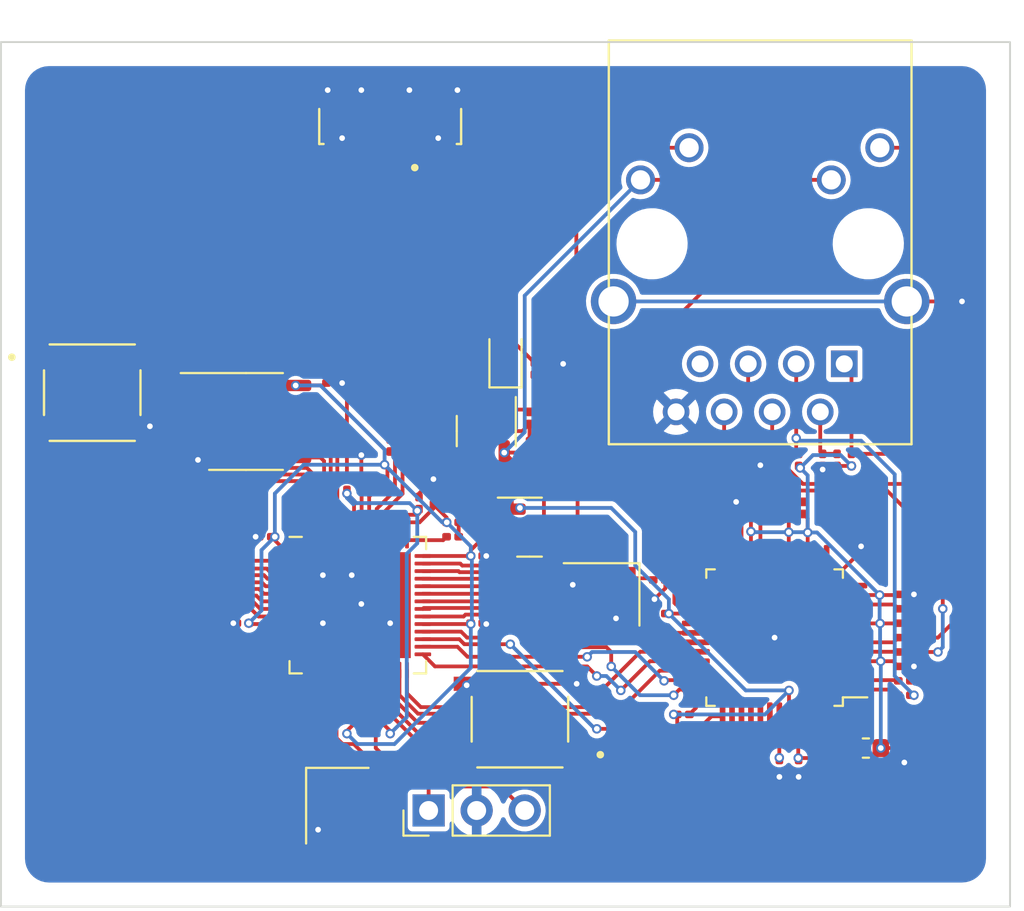
<source format=kicad_pcb>
(kicad_pcb (version 20211014) (generator pcbnew)
  (layers (0 "F.Cu" signal) (31 "B.Cu" signal) (34 "B.Paste" user) (35 "F.Paste" user) (36 "B.SilkS" user "B.Silkscreen") (37 "F.SilkS" user "F.Silkscreen") (38 "B.Mask" user) (39 "F.Mask" user) (44 "Edge.Cuts" user))
  (net 0 "")
  (net 1 "VSYS")
  (net 2 "GND")
  (net 3 "+3V3")
  (net 4 "Net-(C3-Pad1)")
  (net 5 "+1V1")
  (net 6 "+3.3VA")
  (net 7 "Net-(C25-Pad1)")
  (net 8 "XIN")
  (net 9 "Net-(C27-Pad1)")
  (net 10 "Net-(C28-Pad1)")
  (net 11 "Net-(C30-Pad1)")
  (net 12 "GNDPWR")
  (net 13 "XI")
  (net 14 "Net-(C33-Pad1)")
  (net 15 "Net-(C35-Pad1)")
  (net 16 "Net-(C35-Pad2)")
  (net 17 "Net-(C36-Pad1)")
  (net 18 "Net-(C36-Pad2)")
  (net 19 "Net-(C37-Pad1)")
  (net 20 "Net-(C39-Pad1)")
  (net 21 "VBUS")
  (net 22 "SWCLK")
  (net 23 "SWDIO")
  (net 25 "Net-(P2-Pad1)")
  (net 26 "Net-(P2-Pad3)")
  (net 28 "Net-(P2-Pad9)")
  (net 29 "Net-(P2-Pad11)")
  (net 30 "GPIO29{slash}ADC3")
  (net 31 "GPIO24")
  (net 32 "3V3_EN")
  (net 33 "ADC_VREF")
  (net 34 "Net-(R10-Pad1)")
  (net 35 "GPIO20")
  (net 36 "XOUT")
  (net 37 "Net-(R15-Pad2)")
  (net 38 "Net-(R16-Pad2)")
  (net 39 "Net-(R17-Pad2)")
  (net 40 "Net-(R18-Pad2)")
  (net 41 "XO")
  (net 42 "QSPI_SS_N")
  (net 43 "Net-(R26-Pad2)")
  (net 44 "Net-(R27-Pad2)")
  (net 45 "LINKn")
  (net 46 "ACTn")
  (net 47 "RUN")
  (net 48 "Net-(R31-Pad2)")
  (net 49 "GPIO21")
  (net 50 "GPIO0")
  (net 51 "GPIO1")
  (net 52 "GPIO2")
  (net 53 "GPIO3")
  (net 54 "GPIO4")
  (net 55 "GPIO5")
  (net 56 "GPIO6")
  (net 57 "GPIO7")
  (net 58 "GPIO8")
  (net 59 "GPIO9")
  (net 60 "GPIO10")
  (net 61 "GPIO11")
  (net 62 "GPIO12")
  (net 63 "GPIO13")
  (net 64 "GPIO14")
  (net 65 "GPIO15")
  (net 66 "GPIO16")
  (net 67 "GPIO17")
  (net 68 "GPIO18")
  (net 69 "GPIO19")
  (net 70 "GPIO22")
  (net 71 "GPIO23")
  (net 72 "GPIO25")
  (net 73 "GPIO26{slash}ADC0")
  (net 74 "GPIO27{slash}ADC1")
  (net 75 "GPIO28{slash}ADC2")
  (net 76 "QSPI_SD3")
  (net 77 "QSPI_SCLK")
  (net 78 "QSPI_SD0")
  (net 79 "QSPI_SD2")
  (net 80 "QSPI_SD1")
  (net 95 "USB_D_N")
  (net 96 "USB_D_P")
  (net 97 "/RUSB_D_P")
  (net 98 "/RUSB_D_N")
  (footprint "01-rickbassham:SW_TS-1187A-B-A-B" (layer "F.Cu") (at 79.502 131.064 180)
    (fp_text reference "SW2" hide)
    (fp_text value "SW_Push")
  )
  (footprint "Capacitor_SMD:C_0201_0603Metric" (layer "F.Cu") (at 86.868 125.476 180)
    (fp_text reference "C24" hide)
    (fp_text value "1uF")
  )
  (footprint "Capacitor_SMD:C_0201_0603Metric" (layer "F.Cu") (at 94.234 133.538 -90)
    (fp_text reference "C16" hide)
    (fp_text value "0.1uF")
  )
  (footprint "Capacitor_SMD:C_0201_0603Metric" (layer "F.Cu") (at 90.932 119.888 90)
    (fp_text reference "C39" hide)
    (fp_text value "0.1uF")
  )
  (footprint "01-rickbassham:J1B1211CCD" (layer "F.Cu") (at 92.202 105.918 180)
    (fp_text reference "P2" hide)
    (fp_text value "RJ45_LED_Shielded")
  )
  (footprint "Capacitor_SMD:C_0201_0603Metric" (layer "F.Cu") (at 91.694 119.888 90)
    (fp_text reference "C22" hide)
    (fp_text value "0.1uF")
  )
  (footprint "Resistor_SMD:R_0201_0603Metric" (layer "F.Cu") (at 84.074 122.174 180)
    (fp_text reference "R24" hide)
    (fp_text value "1M")
  )
  (footprint "Package_TO_SOT_SMD:SOT-23" (layer "F.Cu") (at 80.01 120.904)
    (fp_text reference "Q1" hide)
    (fp_text value "2N7002")
  )
  (footprint "Resistor_SMD:R_0201_0603Metric" (layer "F.Cu") (at 81.026 112.522 90)
    (fp_text reference "R4" hide)
    (fp_text value "10k")
  )
  (footprint "Resistor_SMD:R_0201_0603Metric" (layer "F.Cu") (at 88.138 130.81)
    (fp_text reference "R32" hide)
    (fp_text value "4.7k")
  )
  (footprint "Resistor_SMD:R_0201_0603Metric" (layer "F.Cu") (at 80.264 112.522 -90)
    (fp_text reference "R2" hide)
    (fp_text value "5.6k")
  )
  (footprint "Inductor_SMD:L_0603_1608Metric" (layer "F.Cu") (at 97.79 132.588)
    (fp_text reference "L1" hide)
    (fp_text value "600mA")
  )
  (footprint "Capacitor_SMD:C_0201_0603Metric" (layer "F.Cu") (at 81.28 124.46 90)
    (fp_text reference "C33" hide)
    (fp_text value "18pF")
  )
  (footprint "Capacitor_SMD:C_0201_0603Metric" (layer "F.Cu") (at 75.946 118.872 -90)
    (fp_text reference "C3" hide)
    (fp_text value "0.1uF")
  )
  (footprint "Resistor_SMD:R_0201_0603Metric" (layer "F.Cu") (at 72.644 116.586 90)
    (fp_text reference "R6" hide)
    (fp_text value "27")
  )
  (footprint "Capacitor_SMD:C_0201_0603Metric" (layer "F.Cu") (at 70.358 118.618 90)
    (fp_text reference "C5" hide)
    (fp_text value "0.1uF")
  )
  (footprint "Resistor_SMD:R_0201_0603Metric" (layer "F.Cu") (at 99.822 127.508 180)
    (fp_text reference "R17" hide)
    (fp_text value "3.3")
  )
  (footprint "Connector_PinHeader_2.54mm:PinHeader_1x03_P2.54mm_Vertical" (layer "F.Cu") (at 74.676 135.89 90)
    (fp_text reference "J3" hide)
    (fp_text value "Conn_01x03")
  )
  (footprint "Resistor_SMD:R_0201_0603Metric" (layer "F.Cu") (at 99.822 129.032 180)
    (fp_text reference "R16" hide)
    (fp_text value "3.3")
  )
  (footprint "Resistor_SMD:R_0201_0603Metric" (layer "F.Cu") (at 96.266 117.348 -90)
    (fp_text reference "R28" hide)
    (fp_text value "10R/1%")
  )
  (footprint "Capacitor_SMD:C_0201_0603Metric" (layer "F.Cu") (at 74.168 119.634 90)
    (fp_text reference "C4" hide)
    (fp_text value "1uF")
  )
  (footprint "Resistor_SMD:R_0201_0603Metric" (layer "F.Cu") (at 82.804 100.838)
    (fp_text reference "R30" hide)
    (fp_text value "470")
  )
  (footprint "Package_QFP:LQFP-48-1EP_7x7mm_P0.5mm_EP3.6x3.6mm" (layer "F.Cu") (at 92.964 126.746 180)
    (fp_text reference "U3" hide)
    (fp_text value "W5500")
  )
  (footprint "Capacitor_SMD:C_0201_0603Metric" (layer "F.Cu") (at 69.596 113.284)
    (fp_text reference "C34" hide)
    (fp_text value "0.1uF")
  )
  (footprint "Resistor_SMD:R_0201_0603Metric" (layer "F.Cu") (at 73.406 116.586 90)
    (fp_text reference "R9" hide)
    (fp_text value "27")
  )
  (footprint "Resistor_SMD:R_0201_0603Metric" (layer "F.Cu") (at 99.822 126.746 180)
    (fp_text reference "R18" hide)
    (fp_text value "3.3")
  )
  (footprint "Capacitor_SMD:C_0201_0603Metric" (layer "F.Cu") (at 99.822 124.46)
    (fp_text reference "C19" hide)
    (fp_text value "0.1uF")
  )
  (footprint "Capacitor_SMD:C_0201_0603Metric" (layer "F.Cu") (at 66.04 121.412 180)
    (fp_text reference "C8" hide)
    (fp_text value "0.1uF")
  )
  (footprint "Capacitor_SMD:C_0201_0603Metric" (layer "F.Cu") (at 69.85 138.176 180)
    (fp_text reference "C27" hide)
    (fp_text value "15pF")
  )
  (footprint "Resistor_SMD:R_0201_0603Metric" (layer "F.Cu") (at 90.424 117.348 -90)
    (fp_text reference "R21" hide)
    (fp_text value "49.9")
  )
  (footprint "Capacitor_SMD:C_0201_0603Metric" (layer "F.Cu") (at 94.488 119.888 90)
    (fp_text reference "C20" hide)
    (fp_text value "0.1uF")
  )
  (footprint "Capacitor_SMD:C_0201_0603Metric" (layer "F.Cu") (at 69.85 133.096)
    (fp_text reference "C26" hide)
    (fp_text value "15pF")
  )
  (footprint "Resistor_SMD:R_0201_0603Metric" (layer "F.Cu") (at 75.946 121.412)
    (fp_text reference "R10" hide)
    (fp_text value "1")
  )
  (footprint "Capacitor_SMD:C_0201_0603Metric" (layer "F.Cu") (at 77.216 122.428)
    (fp_text reference "C12" hide)
    (fp_text value "0.1uF")
  )
  (footprint "Package_DFN_QFN:QFN-56-1EP_7x7mm_P0.4mm_EP5.6x5.6mm" (layer "F.Cu") (at 70.934 125.03)
    (fp_text reference "U2" hide)
    (fp_text value "RP2040")
  )
  (footprint "Crystal:Crystal_SMD_3225-4Pin_3.2x2.5mm" (layer "F.Cu") (at 83.82 124.46 180)
    (fp_text reference "Y2" hide)
    (fp_text value "Crystal_GND24")
  )
  (footprint "Diode_SMD:D_SOD-323" (layer "F.Cu") (at 78.74 112.014 90)
    (fp_text reference "D1" hide)
    (fp_text value "BAT60A")
  )
  (footprint "01-rickbassham:MOLEX_47346-0001" (layer "F.Cu") (at 72.644 97.79 180)
    (fp_text reference "P1" hide)
    (fp_text value "47346-0001")
  )
  (footprint "Capacitor_SMD:C_0201_0603Metric" (layer "F.Cu") (at 99.822 132.842 -90)
    (fp_text reference "C23" hide)
    (fp_text value "0.1uF")
  )
  (footprint "Capacitor_SMD:C_0201_0603Metric" (layer "F.Cu") (at 71.882 131.409 -90)
    (fp_text reference "C6" hide)
    (fp_text value "0.1uF")
  )
  (footprint "Resistor_SMD:R_0201_0603Metric" (layer "F.Cu") (at 94.234 117.348 -90)
    (fp_text reference "R20" hide)
    (fp_text value "49.9")
  )
  (footprint "01-rickbassham:SW_TS-1187A-B-A-B" (layer "F.Cu") (at 56.896 113.792)
    (fp_text reference "SW1" hide)
    (fp_text value "SW_Push")
  )
  (footprint "Capacitor_SMD:C_0201_0603Metric" (layer "F.Cu") (at 64.861 125.984 180)
    (fp_text reference "C9" hide)
    (fp_text value "0.1uF")
  )
  (footprint "Resistor_SMD:R_0201_0603Metric" (layer "F.Cu") (at 75.438 131.572 -90)
    (fp_text reference "R31" hide)
    (fp_text value "1k")
  )
  (footprint "Resistor_SMD:R_0201_0603Metric" (layer "F.Cu") (at 91.186 117.348 -90)
    (fp_text reference "R22" hide)
    (fp_text value "49.9")
  )
  (footprint "Capacitor_SMD:C_0201_0603Metric" (layer "F.Cu") (at 93.218 117.348 -90)
    (fp_text reference "C35" hide)
    (fp_text value "6.8nF")
  )
  (footprint "Resistor_SMD:R_0201_0603Metric" (layer "F.Cu") (at 97.028 117.348 -90)
    (fp_text reference "R19" hide)
    (fp_text value "49.9")
  )
  (footprint "Capacitor_SMD:C_0201_0603Metric" (layer "F.Cu") (at 93.218 133.538 -90)
    (fp_text reference "C15" hide)
    (fp_text value "0.1uF")
  )
  (footprint "Resistor_SMD:R_0201_0603Metric" (layer "F.Cu") (at 81.534 118.364 -90)
    (fp_text reference "R5" hide)
    (fp_text value "200k")
  )
  (footprint "Resistor_SMD:R_0201_0603Metric" (layer "F.Cu") (at 76.871 113.284 180)
    (fp_text reference "R3" hide)
    (fp_text value "100k")
  )
  (footprint "Capacitor_SMD:C_0201_0603Metric" (layer "F.Cu") (at 77.216 125.984)
    (fp_text reference "C11" hide)
    (fp_text value "0.1uF")
  )
  (footprint "Capacitor_SMD:C_0201_0603Metric" (layer "F.Cu") (at 91.948 117.348 -90)
    (fp_text reference "C30" hide)
    (fp_text value "0.1uF")
  )
  (footprint "Resistor_SMD:R_0201_0603Metric" (layer "F.Cu") (at 99.822 129.794 180)
    (fp_text reference "R15" hide)
    (fp_text value "3.3")
  )
  (footprint "Capacitor_SMD:C_0201_0603Metric" (layer "F.Cu") (at 89.662 117.348 -90)
    (fp_text reference "C36" hide)
    (fp_text value "6.8nF")
  )
  (footprint "Resistor_SMD:R_0201_0603Metric" (layer "F.Cu") (at 80.772 118.364 -90)
    (fp_text reference "R8" hide)
    (fp_text value "100k")
  )
  (footprint "Package_TO_SOT_SMD:SOT-23-5" (layer "F.Cu") (at 77.724 115.824 -90)
    (fp_text reference "U1" hide)
    (fp_text value "LM8805SF5-3.3")
  )
  (footprint "Capacitor_SMD:C_0201_0603Metric" (layer "F.Cu") (at 95.504 117.348 -90)
    (fp_text reference "C28" hide)
    (fp_text value "22nF")
  )
  (footprint "Capacitor_SMD:C_0201_0603Metric" (layer "F.Cu") (at 80.01 115.128 -90)
    (fp_text reference "C1" hide)
    (fp_text value "1uF")
  )
  (footprint "Resistor_SMD:R_0201_0603Metric" (layer "F.Cu") (at 61.722 112.014 180)
    (fp_text reference "R26" hide)
    (fp_text value "1k")
  )
  (footprint "Crystal:Crystal_SMD_3225-4Pin_3.2x2.5mm" (layer "F.Cu") (at 69.85 135.636 -90)
    (fp_text reference "Y1" hide)
    (fp_text value "Crystal_GND24")
  )
  (footprint "Resistor_SMD:R_0201_0603Metric" (layer "F.Cu") (at 72.136 134.112 -90)
    (fp_text reference "R14" hide)
    (fp_text value "1k")
  )
  (footprint "Capacitor_SMD:C_0201_0603Metric" (layer "F.Cu") (at 71.882 118.618 90)
    (fp_text reference "C13" hide)
    (fp_text value "0.1uF")
  )
  (footprint "Package_SO:SOP-8_3.9x4.9mm_P1.27mm" (layer "F.Cu") (at 65.024 115.316)
    (fp_text reference "U4" hide)
    (fp_text value "GD25Q16ETIGR")
  )
  (footprint "Capacitor_SMD:C_0201_0603Metric" (layer "F.Cu") (at 74.93 119.38 90)
    (fp_text reference "C7" hide)
    (fp_text value "1uF")
  )
  (footprint "Capacitor_SMD:C_0201_0603Metric" (layer "F.Cu") (at 92.71 119.888 90)
    (fp_text reference "C37" hide)
    (fp_text value "4.7uF")
  )
  (footprint "Capacitor_SMD:C_0201_0603Metric" (layer "F.Cu") (at 71.12 131.409 -90)
    (fp_text reference "C10" hide)
    (fp_text value "0.1uF")
  )
  (footprint "Capacitor_SMD:C_0201_0603Metric" (layer "F.Cu") (at 86.868 123.698)
    (fp_text reference "C32" hide)
    (fp_text value "18pF")
  )
  (footprint "Resistor_SMD:R_0201_0603Metric" (layer "F.Cu") (at 101.346 100.838 180)
    (fp_text reference "R29" hide)
    (fp_text value "470")
  )
  (footprint "Capacitor_SMD:C_0201_0603Metric" (layer "F.Cu") (at 93.726 119.888 90)
    (fp_text reference "C21" hide)
    (fp_text value "0.1uF")
  )
  (footprint "Capacitor_SMD:C_0201_0603Metric" (layer "F.Cu") (at 99.822 125.984)
    (fp_text reference "C18" hide)
    (fp_text value "0.1uF")
  )
  (footprint "Resistor_SMD:R_0201_0603Metric" (layer "F.Cu") (at 75.946 120.65 180)
    (fp_text reference "R7" hide)
    (fp_text value "200")
  )
  (footprint "Capacitor_SMD:C_0201_0603Metric" (layer "F.Cu") (at 80.01 118.364 90)
    (fp_text reference "C25" hide)
    (fp_text value "0.1uF")
  )
  (footprint "Resistor_SMD:R_0201_0603Metric" (layer "F.Cu") (at 83.82 126.746)
    (fp_text reference "R23" hide)
    (fp_text value "0")
  )
  (footprint "Capacitor_SMD:C_0201_0603Metric" (layer "F.Cu") (at 80.01 116.677 90)
    (fp_text reference "C2" hide)
    (fp_text value "1uF")
  )
  (footprint "Capacitor_SMD:C_0201_0603Metric" (layer "F.Cu") (at 99.822 128.27)
    (fp_text reference "C17" hide)
    (fp_text value "0.1uF")
  )
  (footprint "Resistor_SMD:R_0201_0603Metric" (layer "F.Cu") (at 99.822 125.222 180)
    (fp_text reference "R27" hide)
    (fp_text value "12.4k/1%")
  )
  (footprint "Capacitor_SMD:C_0201_0603Metric" (layer "F.Cu") (at 71.12 118.618 90)
    (fp_text reference "C14" hide)
    (fp_text value "0.1uF")
  )
  (footprint "Capacitor_SMD:C_0201_0603Metric" (layer "F.Cu") (at 102.362 108.966)
    (fp_text reference "C31" hide)
    (fp_text value "1nF/22kV")
  )
  (footprint "Resistor_SMD:R_0201_0603Metric" (layer "F.Cu") (at 88.138 132.08)
    (fp_text reference "R12" hide)
    (fp_text value "4.7k")
  )
  (gr_rect (start 52.07 95.25) (end 105.41 140.97) (layer "Edge.Cuts") (width 0.1) (fill none))
  (segment (start 78.674 114.6865) (end 79.8885 114.6865) (width 0.2) (layer "F.Cu") (net 1))
  (segment (start 78.52 113.284) (end 78.74 113.064) (width 0.2) (layer "F.Cu") (net 1))
  (segment (start 80.772 114.808) (end 80.01 114.808) (width 0.2) (layer "F.Cu") (net 1))
  (segment (start 78.74 113.064) (end 78.74 114.6205) (width 0.2) (layer "F.Cu") (net 1))
  (segment (start 81.534 118.044) (end 81.534 115.57) (width 0.2) (layer "F.Cu") (net 1))
  (segment (start 78.74 114.6205) (end 78.674 114.6865) (width 0.2) (layer "F.Cu") (net 1))
  (segment (start 79.8885 114.6865) (end 80.01 114.808) (width 0.2) (layer "F.Cu") (net 1))
  (segment (start 81.534 115.57) (end 80.772 114.808) (width 0.2) (layer "F.Cu") (net 1))
  (segment (start 77.191 113.284) (end 78.52 113.284) (width 0.2) (layer "F.Cu") (net 1))
  (segment (start 90.932 119.568) (end 91.694 119.568) (width 0.2) (layer "F.Cu") (net 2))
  (segment (start 73.406 134.112) (end 73.406 136.652) (width 0.2) (layer "F.Cu") (net 2))
  (segment (start 69 136.736) (end 69 136.236) (width 0.2) (layer "F.Cu") (net 2))
  (segment (start 70.17 133.096) (end 70.17 134.006) (width 0.2) (layer "F.Cu") (net 2))
  (segment (start 91.694 119.568) (end 92.71 119.568) (width 0.2) (layer "F.Cu") (net 2))
  (segment (start 65.532 121.412) (end 65.72 121.412) (width 0.2) (layer "F.Cu") (net 2))
  (segment (start 97.536 122.174) (end 92.964 126.746) (width 0.2) (layer "F.Cu") (net 2))
  (segment (start 75.946 119.192) (end 76.030295 119.192) (width 0.2) (layer "F.Cu") (net 2))
  (segment (start 76.611002 129.189) (end 76.502 129.189) (width 0.2) (layer "F.Cu") (net 2))
  (segment (start 86.548 125.476) (end 86.548 124.78) (width 0.2) (layer "F.Cu") (net 2))
  (segment (start 77.724 117.498295) (end 77.724 114.6865) (width 0.2) (layer "F.Cu") (net 2))
  (segment (start 100.142 125.984) (end 100.142 125.222) (width 0.2) (layer "F.Cu") (net 2))
  (segment (start 59.896 115.618) (end 59.896 115.667) (width 0.2) (layer "F.Cu") (net 2))
  (segment (start 94.214 122.5835) (end 94.214 125.496) (width 0.2) (layer "F.Cu") (net 2))
  (segment (start 70.2415 100.45) (end 70.1565 100.365) (width 0.2) (layer "F.Cu") (net 2))
  (segment (start 62.484 117.306) (end 62.399 117.221) (width 0.2) (layer "F.Cu") (net 2))
  (segment (start 68.834 136.906) (end 68.834 136.902) (width 0.2) (layer "F.Cu") (net 2))
  (segment (start 100.142 125.222) (end 100.142 124.46) (width 0.2) (layer "F.Cu") (net 2))
  (segment (start 70.358 118.298) (end 71.12 118.298) (width 0.2) (layer "F.Cu") (net 2))
  (segment (start 69.53 138.618) (end 69.53 138.176) (width 0.2) (layer "F.Cu") (net 2))
  (segment (start 74.168 119.126) (end 74.93 118.364) (width 0.2) (layer "F.Cu") (net 2))
  (segment (start 87.188 124.14) (end 87.188 123.698) (width 0.2) (layer "F.Cu") (net 2))
  (segment (start 69.934 126.154) (end 71.12 124.968) (width 0.2) (layer "F.Cu") (net 2))
  (segment (start 70.358 113.726) (end 70.358 117.094) (width 0.2) (layer "F.Cu") (net 2))
  (segment (start 92.714 122.5835) (end 92.714 126.496) (width 0.2) (layer "F.Cu") (net 2))
  (segment (start 77.724 114.6865) (end 77.724 114.964006) (width 0.2) (layer "F.Cu") (net 2))
  (segment (start 86.614 124.714) (end 87.188 124.14) (width 0.2) (layer "F.Cu") (net 2))
  (segment (start 80.772 116.84) (end 80.772 118.044) (width 0.2) (layer "F.Cu") (net 2))
  (segment (start 79.634 115.824) (end 80.01 115.448) (width 0.2) (layer "F.Cu") (net 2))
  (segment (start 82.108 124.14) (end 82.296 123.952) (width 0.2) (layer "F.Cu") (net 2))
  (segment (start 97.1265 125.496) (end 94.214 125.496) (width 0.2) (layer "F.Cu") (net 2))
  (segment (start 94.214 125.496) (end 92.964 126.746) (width 0.2) (layer "F.Cu") (net 2))
  (segment (start 77.724 114.964006) (end 78.583994 115.824) (width 0.2) (layer "F.Cu") (net 2))
  (segment (start 77.724 126.028538) (end 77.679462 125.984) (width 0.2) (layer "F.Cu") (net 2))
  (segment (start 69.53 138.176) (end 69.53 137.266) (width 0.2) (layer "F.Cu") (net 2))
  (segment (start 88.8015 125.996) (end 92.214 125.996) (width 0.2) (layer "F.Cu") (net 2))
  (segment (start 77.679462 125.984) (end 77.536 125.984) (width 0.2) (layer "F.Cu") (net 2))
  (segment (start 75.946 119.192) (end 75.062 119.192) (width 0.2) (layer "F.Cu") (net 2))
  (segment (start 92.714 126.496) (end 92.964 126.746) (width 0.2) (layer "F.Cu") (net 2))
  (segment (start 92.71 119.568) (end 93.726 119.568) (width 0.2) (layer "F.Cu") (net 2))
  (segment (start 75.062 119.192) (end 74.93 119.06) (width 0.2) (layer "F.Cu") (net 2))
  (segment (start 76.687765 129.265763) (end 76.611002 129.189) (width 0.2) (layer "F.Cu") (net 2))
  (segment (start 71.12 118.298) (end 71.12 117.094) (width 0.2) (layer "F.Cu") (net 2))
  (segment (start 59.944 115.57) (end 59.896 115.618) (width 0.2) (layer "F.Cu") (net 2))
  (segment (start 77.724 122.428) (end 77.536 122.428) (width 0.2) (layer "F.Cu") (net 2))
  (segment (start 71.12 138.938) (end 69.85 138.938) (width 0.2) (layer "F.Cu") (net 2))
  (segment (start 69 136.236) (end 70.7 134.536) (width 0.2) (layer "F.Cu") (net 2))
  (segment (start 76.030295 119.192) (end 77.724 117.498295) (width 0.2) (layer "F.Cu") (net 2))
  (segment (start 71.344 100.45) (end 70.2415 100.45) (width 0.2) (layer "F.Cu") (net 2))
  (segment (start 81.026 112.202) (end 81.722 112.202) (width 0.2) (layer "F.Cu") (net 2))
  (segment (start 69.53 137.266) (end 69 136.736) (width 0.2) (layer "F.Cu") (net 2))
  (segment (start 81.722 112.202) (end 81.788 112.268) (width 0.2) (layer "F.Cu") (net 2))
  (segment (start 78.583994 115.824) (end 79.634 115.824) (width 0.2) (layer "F.Cu") (net 2))
  (segment (start 71.12 131.729) (end 71.882 131.729) (width 0.2) (layer "F.Cu") (net 2))
  (segment (start 80.01 115.448) (end 80.01 116.357) (width 0.2) (layer "F.Cu") (net 2))
  (segment (start 73.406 136.652) (end 71.12 138.938) (width 0.2) (layer "F.Cu") (net 2))
  (segment (start 92.214 125.996) (end 92.964 126.746) (width 0.2) (layer "F.Cu") (net 2))
  (segment (start 97.536 121.92) (end 97.536 122.174) (width 0.2) (layer "F.Cu") (net 2))
  (segment (start 80.289 116.357) (end 80.772 116.84) (width 0.2) (layer "F.Cu") (net 2))
  (segment (start 71.882 132.588) (end 73.406 134.112) (width 0.2) (layer "F.Cu") (net 2))
  (segment (start 86.548 124.78) (end 86.614 124.714) (width 0.2) (layer "F.Cu") (net 2))
  (segment (start 69.916 113.284) (end 70.358 113.726) (width 0.2) (layer "F.Cu") (net 2))
  (segment (start 71.882 131.729) (end 71.882 132.588) (width 0.2) (layer "F.Cu") (net 2))
  (segment (start 81.28 124.14) (end 82.108 124.14) (width 0.2) (layer "F.Cu") (net 2))
  (segment (start 95.714 130.9085) (end 95.714 129.496) (width 0.2) (layer "F.Cu") (net 2))
  (segment (start 76.502 129.189) (end 82.502 129.189) (width 0.2) (layer "F.Cu") (net 2))
  (segment (start 71.12 118.298) (end 71.882 118.298) (width 0.2) (layer "F.Cu") (net 2))
  (segment (start 74.168 119.314) (end 74.168 119.126) (width 0.2) (layer "F.Cu") (net 2))
  (segment (start 68.834 136.902) (end 69 136.736) (width 0.2) (layer "F.Cu") (net 2))
  (segment (start 69.934 128.4675) (end 69.934 126.154) (width 0.2) (layer "F.Cu") (net 2))
  (segment (start 95.214 124.496) (end 92.964 126.746) (width 0.2) (layer "F.Cu") (net 2))
  (segment (start 62.484 117.348) (end 62.484 117.306) (width 0.2) (layer "F.Cu") (net 2))
  (segment (start 80.01 116.357) (end 80.289 116.357) (width 0.2) (layer "F.Cu") (net 2))
  (segment (start 93.726 119.568) (end 94.488 119.568) (width 0.2) (layer "F.Cu") (net 2))
  (segment (start 70.358 118.298) (end 70.358 117.094) (width 0.2) (layer "F.Cu") (net 2))
  (segment (start 53.896 115.667) (end 59.896 115.667) (width 0.2) (layer "F.Cu") (net 2))
  (segment (start 95.214 122.5835) (end 95.214 124.496) (width 0.2) (layer "F.Cu") (net 2))
  (segment (start 94.714 128.496) (end 92.964 126.746) (width 0.2) (layer "F.Cu") (net 2))
  (segment (start 74.93 118.364) (end 74.93 119.06) (width 0.2) (layer "F.Cu") (net 2))
  (segment (start 95.714 129.496) (end 92.964 126.746) (width 0.2) (layer "F.Cu") (net 2))
  (segment (start 69.85 138.938) (end 69.53 138.618) (width 0.2) (layer "F.Cu") (net 2))
  (segment (start 80.772 118.044) (end 80.01 118.044) (width 0.2) (layer "F.Cu") (net 2))
  (segment (start 97.1265 128.496) (end 94.714 128.496) (width 0.2) (layer "F.Cu") (net 2))
  (segment (start 70.17 134.006) (end 70.7 134.536) (width 0.2) (layer "F.Cu") (net 2))
  (via (at 76.687765 129.265763) (size 0.5) (drill 0.3) (layers "F.Cu" "B.Cu") (net 2))
  (via (at 102.87 108.966) (size 0.5) (drill 0.3) (layers "F.Cu" "B.Cu") (net 2))
  (via (at 73.66 97.79) (size 0.5) (drill 0.3) (layers "F.Cu" "B.Cu") (net 2))
  (via (at 77.724 126.028538) (size 0.5) (drill 0.3) (layers "F.Cu" "B.Cu") (net 2))
  (via (at 69.342 97.79) (size 0.5) (drill 0.3) (layers "F.Cu" "B.Cu") (net 2))
  (via (at 69.088 123.444) (size 0.5) (drill 0.3) (layers "F.Cu" "B.Cu") (net 2))
  (via (at 97.536 121.92) (size 0.5) (drill 0.3) (layers "F.Cu" "B.Cu") (net 2))
  (via (at 86.614 124.714) (size 0.5) (drill 0.3) (layers "F.Cu" "B.Cu") (net 2))
  (via (at 92.211684 117.62992) (size 0.5) (drill 0.3) (layers "F.Cu" "B.Cu") (net 2))
  (via (at 100.33 128.27) (size 0.5) (drill 0.3) (layers "F.Cu" "B.Cu") (net 2))
  (via (at 71.12 117.094) (size 0.5) (drill 0.3) (layers "F.Cu" "B.Cu") (net 2))
  (via (at 62.484 117.348) (size 0.5) (drill 0.3) (layers "F.Cu" "B.Cu") (net 2))
  (via (at 68.834 136.906) (size 0.5) (drill 0.3) (layers "F.Cu" "B.Cu") (net 2))
  (via (at 75.184 100.33) (size 0.5) (drill 0.3) (layers "F.Cu" "B.Cu") (net 2))
  (via (at 94.234 134.112) (size 0.5) (drill 0.3) (layers "F.Cu" "B.Cu") (net 2))
  (via (at 74.93 118.364) (size 0.5) (drill 0.3) (layers "F.Cu" "B.Cu") (net 2))
  (via (at 92.964 126.746) (size 0.5) (drill 0.3) (layers "F.Cu" "B.Cu") (net 2))
  (via (at 84.582 125.73) (size 0.5) (drill 0.3) (layers "F.Cu" "B.Cu") (net 2))
  (via (at 82.296 123.952) (size 0.5) (drill 0.3) (layers "F.Cu" "B.Cu") (net 2))
  (via (at 65.532 121.412) (size 0.5) (drill 0.3) (layers "F.Cu" "B.Cu") (net 2))
  (via (at 81.788 112.268) (size 0.5) (drill 0.3) (layers "F.Cu" "B.Cu") (net 2))
  (via (at 71.12 97.79) (size 0.5) (drill 0.3) (layers "F.Cu" "B.Cu") (net 2))
  (via (at 95.504 117.856) (size 0.5) (drill 0.3) (layers "F.Cu" "B.Cu") (net 2))
  (via (at 82.502 129.189) (size 0.5) (drill 0.3) (layers "F.Cu" "B.Cu") (net 2))
  (via (at 77.724 122.428) (size 0.5) (drill 0.3) (layers "F.Cu" "B.Cu") (net 2))
  (via (at 70.612 123.444) (size 0.5) (drill 0.3) (layers "F.Cu" "B.Cu") (net 2))
  (via (at 76.2 97.79) (size 0.5) (drill 0.3) (layers "F.Cu" "B.Cu") (net 2))
  (via (at 69.088 125.984) (size 0.5) (drill 0.3) (layers "F.Cu" "B.Cu") (net 2))
  (via (at 90.932 119.568) (size 0.5) (drill 0.3) (layers "F.Cu" "B.Cu") (net 2))
  (via (at 64.353 125.984) (size 0.5) (drill 0.3) (layers "F.Cu" "B.Cu") (net 2))
  (via (at 70.104 113.284) (size 0.5) (drill 0.3) (layers "F.Cu" "B.Cu") (net 2))
  (via (at 100.33 124.46) (size 0.5) (drill 0.3) (layers "F.Cu" "B.Cu") (net 2))
  (via (at 71.12 124.968) (size 0.5) (drill 0.3) (layers "F.Cu" "B.Cu") (net 2))
  (via (at 70.104 100.33) (size 0.5) (drill 0.3) (layers "F.Cu" "B.Cu") (net 2))
  (via (at 93.218 134.112) (size 0.5) (drill 0.3) (layers "F.Cu" "B.Cu") (net 2))
  (via (at 59.944 115.57) (size 0.5) (drill 0.3) (layers "F.Cu" "B.Cu") (net 2))
  (via (at 99.822 133.35) (size 0.5) (drill 0.3) (layers "F.Cu" "B.Cu") (net 2))
  (via (at 72.644 125.984) (size 0.5) (drill 0.3) (layers "F.Cu" "B.Cu") (net 2))
  (segment (start 93.214 133.1) (end 93.214 133.214) (width 0.2) (layer "F.Cu") (net 3))
  (segment (start 93.726 130.8965) (end 93.714 130.9085) (width 0.2) (layer "F.Cu") (net 3))
  (segment (start 78.674 116.9615) (end 79.9745 116.9615) (width 0.2) (layer "F.Cu") (net 3))
  (segment (start 93.214 130.9085) (end 93.214 133.1) (width 0.2) (layer "F.Cu") (net 3))
  (segment (start 70.949489 131.089) (end 71.12 131.089) (width 0.2) (layer "F.Cu") (net 3))
  (segment (start 94.214 130.9085) (end 94.214 133.116) (width 0.2) (layer "F.Cu") (net 3))
  (segment (start 71.882 118.938) (end 71.534 119.286) (width 0.2) (layer "F.Cu") (net 3))
  (segment (start 71.134 118.952) (end 71.134 121.5925) (width 0.2) (layer "F.Cu") (net 3))
  (segment (start 74.93 119.916295) (end 74.93 119.7) (width 0.2) (layer "F.Cu") (net 3))
  (segment (start 75.6365 120.65) (end 75.626 120.65) (width 0.2) (layer "F.Cu") (net 3))
  (segment (start 76.9065 122.428) (end 76.896 122.428) (width 0.2) (layer "F.Cu") (net 3))
  (segment (start 93.214 133.214) (end 93.218 133.218) (width 0.2) (layer "F.Cu") (net 3))
  (segment (start 79.9745 116.9615) (end 80.01 116.997) (width 0.2) (layer "F.Cu") (net 3))
  (segment (start 73.134 121.5925) (end 73.134 120.922) (width 0.2) (layer "F.Cu") (net 3))
  (segment (start 94.214 133.116) (end 96.4745 133.116) (width 0.2) (layer "F.Cu") (net 3))
  (segment (start 70.358 131.826) (end 70.358 131.680489) (width 0.2) (layer "F.Cu") (net 3))
  (segment (start 71.534 119.286) (end 71.534 121.5925) (width 0.2) (layer "F.Cu") (net 3))
  (segment (start 65.181 125.984) (end 65.227 126.03) (width 0.2) (layer "F.Cu") (net 3))
  (segment (start 67.4965 122.43) (end 67.378 122.43) (width 0.2) (layer "F.Cu") (net 3))
  (segment (start 65.227 126.03) (end 67.4965 126.03) (width 0.2) (layer "F.Cu") (net 3))
  (segment (start 73.406 120.65) (end 74.196295 120.65) (width 0.2) (layer "F.Cu") (net 3))
  (segment (start 74.3715 126.03) (end 76.85 126.03) (width 0.2) (layer "F.Cu") (net 3))
  (segment (start 71.12 118.938) (end 71.134 118.952) (width 0.2) (layer "F.Cu") (net 3))
  (segment (start 94.214 133.198) (end 94.234 133.218) (width 0.2) (layer "F.Cu") (net 3))
  (segment (start 74.196295 120.65) (end 74.93 119.916295) (width 0.2) (layer "F.Cu") (net 3))
  (segment (start 87.376 125.476) (end 88.7815 125.476) (width 0.2) (layer "F.Cu") (net 3))
  (segment (start 72.3485 117.602) (end 72.49848 117.75198) (width 0.2) (layer "F.Cu") (net 3))
  (segment (start 85.877 102.538) (end 95.96 102.538) (width 0.2) (layer "F.Cu") (net 3))
  (segment (start 93.726 129.54) (end 93.726 130.8965) (width 0.2) (layer "F.Cu") (net 3))
  (segment (start 76.894 122.43) (end 76.896 122.428) (width 0.2) (layer "F.Cu") (net 3))
  (segment (start 71.12 118.938) (end 71.882 118.938) (width 0.2) (layer "F.Cu") (net 3))
  (segment (start 71.134 131.075) (end 71.12 131.089) (width 0.2) (layer "F.Cu") (net 3))
  (segment (start 73.134 120.922) (end 73.406 120.65) (width 0.2) (layer "F.Cu") (net 3))
  (segment (start 87.818 130.81) (end 87.818 132.08) (width 0.2) (layer "F.Cu") (net 3))
  (segment (start 79.0725 117.36) (end 79.0725 119.954) (width 0.2) (layer "F.Cu") (net 3))
  (segment (start 76.9065 126.028538) (end 76.9065 125.9945) (width 0.2) (layer "F.Cu") (net 3))
  (segment (start 87.188 125.476) (end 87.376 125.476) (width 0.2) (layer "F.Cu") (net 3))
  (segment (start 94.214 133.116) (end 94.214 133.198) (width 0.2) (layer "F.Cu") (net 3))
  (segment (start 71.134 128.4675) (end 71.134 131.075) (width 0.2) (layer "F.Cu") (net 3))
  (segment (start 67.378 122.43) (end 66.36 121.412) (width 0.2) (layer "F.Cu") (net 3))
  (segment (start 70.358 131.680489) (end 70.949489 131.089) (width 0.2) (layer "F.Cu") (net 3))
  (segment (start 96.4745 133.116) (end 97.0025 132.588) (width 0.2) (layer "F.Cu") (net 3))
  (segment (start 78.674 116.9615) (end 79.0725 117.36) (width 0.2) (layer "F.Cu") (net 3))
  (segment (start 67.649 113.411) (end 69.149 113.411) (width 0.2) (layer "F.Cu") (net 3))
  (segment (start 74.93 119.7) (end 75.626 120.396) (width 0.2) (layer "F.Cu") (net 3))
  (segment (start 72.324 118.938) (end 71.882 118.938) (width 0.2) (layer "F.Cu") (net 3))
  (segment (start 88.7815 125.476) (end 88.8015 125.496) (width 0.2) (layer "F.Cu") (net 3))
  (segment (start 69.149 113.411) (end 69.276 113.284) (width 0.2) (layer "F.Cu") (net 3))
  (segment (start 93.214 130.9085) (end 93.714 130.9085) (width 0.2) (layer "F.Cu") (net 3))
  (segment (start 93.714 130.9085) (end 94.214 130.9085) (width 0.2) (layer "F.Cu") (net 3))
  (segment (start 72.49848 118.76352) (end 72.324 118.938) (width 0.2) (layer "F.Cu") (net 3))
  (segment (start 76.85 126.03) (end 76.896 125.984) (width 0.2) (layer "F.Cu") (net 3))
  (segment (start 65.024 125.984) (end 65.212 125.984) (width 0.2) (layer "F.Cu") (net 3))
  (segment (start 76.9065 122.12) (end 79.0725 119.954) (width 0.2) (layer "F.Cu") (net 3))
  (segment (start 76.9065 125.9945) (end 76.896 125.984) (width 0.2) (layer "F.Cu") (net 3))
  (segment (start 75.626 120.396) (end 75.626 120.65) (width 0.2) (layer "F.Cu") (net 3))
  (segment (start 74.3715 122.43) (end 76.894 122.43) (width 0.2) (layer "F.Cu") (net 3))
  (segment (start 76.9065 122.428) (end 76.9065 122.12) (width 0.2) (layer "F.Cu") (net 3))
  (segment (start 72.49848 117.75198) (end 72.49848 118.76352) (width 0.2) (layer "F.Cu") (net 3))
  (via (at 94.214 133.116) (size 0.5) (drill 0.3) (layers "F.Cu" "B.Cu") (net 3))
  (via (at 87.376 125.476) (size 0.5) (drill 0.3) (layers "F.Cu" "B.Cu") (net 3))
  (via (at 66.548 121.412) (size 0.5) (drill 0.3) (layers "F.Cu" "B.Cu") (net 3))
  (via (at 78.674 116.9615) (size 0.5) (drill 0.3) (layers "F.Cu" "B.Cu") (net 3))
  (via (at 87.63 130.81) (size 0.5) (drill 0.3) (layers "F.Cu" "B.Cu") (net 3))
  (via (at 93.726 129.54) (size 0.5) (drill 0.3) (layers "F.Cu" "B.Cu") (net 3))
  (via (at 65.1705 125.984) (size 0.5) (drill 0.3) (layers "F.Cu" "B.Cu") (net 3))
  (via (at 75.6365 120.65) (size 0.5) (drill 0.3) (layers "F.Cu" "B.Cu") (net 3))
  (via (at 70.358 131.826) (size 0.5) (drill 0.3) (layers "F.Cu" "B.Cu") (net 3))
  (via (at 79.502 119.888) (size 0.5) (drill 0.3) (layers "F.Cu" "B.Cu") (net 3))
  (via (at 76.9065 122.428) (size 0.5) (drill 0.3) (layers "F.Cu" "B.Cu") (net 3))
  (via (at 76.9065 126.028538) (size 0.5) (drill 0.3) (layers "F.Cu" "B.Cu") (net 3))
  (via (at 93.214 133.1) (size 0.5) (drill 0.3) (layers "F.Cu" "B.Cu") (net 3))
  (via (at 67.649 113.411) (size 0.5) (drill 0.3) (layers "F.Cu" "B.Cu") (net 3))
  (via (at 72.3485 117.602) (size 0.5) (drill 0.3) (layers "F.Cu" "B.Cu") (net 3))
  (segment (start 79.756 115.8795) (end 78.674 116.9615) (width 0.2) (layer "B.Cu") (net 3))
  (segment (start 76.9065 122.428) (end 76.9065 121.92) (width 0.2) (layer "B.Cu") (net 3))
  (segment (start 65.8415 122.1185) (end 66.548 121.412) (width 0.2) (layer "B.Cu") (net 3))
  (segment (start 93.726 129.54) (end 91.44 129.54) (width 0.2) (layer "B.Cu") (net 3))
  (segment (start 70.907511 132.375511) (end 70.358 131.826) (width 0.2) (layer "B.Cu") (net 3))
  (segment (start 76.962 125.973038) (end 76.9065 126.028538) (width 0.2) (layer "B.Cu") (net 3))
  (segment (start 87.376 124.714) (end 87.376 125.476) (width 0.2) (layer "B.Cu") (net 3))
  (segment (start 85.598 121.158) (end 85.598 122.936) (width 0.2) (layer "B.Cu") (net 3))
  (segment (start 67.649 113.411) (end 68.961 113.411) (width 0.2) (layer "B.Cu") (net 3))
  (segment (start 72.3485 117.602) (end 68.072 117.602) (width 0.2) (layer "B.Cu") (net 3))
  (segment (start 76.9065 126.028538) (end 76.9065 128.340627) (width 0.2) (layer "B.Cu") (net 3))
  (segment (start 87.63 130.81) (end 92.456 130.81) (width 0.2) (layer "B.Cu") (net 3))
  (segment (start 85.598 122.936) (end 87.376 124.714) (width 0.2) (layer "B.Cu") (net 3))
  (segment (start 65.1705 125.984) (end 65.8415 125.313) (width 0.2) (layer "B.Cu") (net 3))
  (segment (start 76.9065 128.340627) (end 72.871616 132.375511) (width 0.2) (layer "B.Cu") (net 3))
  (segment (start 85.877 102.538) (end 79.756 108.659) (width 0.2) (layer "B.Cu") (net 3))
  (segment (start 75.3965 120.65) (end 72.3485 117.602) (width 0.2) (layer "B.Cu") (net 3))
  (segment (start 91.44 129.54) (end 87.376 125.476) (width 0.2) (layer "B.Cu") (net 3))
  (segment (start 84.328 119.888) (end 85.598 121.158) (width 0.2) (layer "B.Cu") (net 3))
  (segment (start 72.871616 132.375511) (end 70.907511 132.375511) (width 0.2) (layer "B.Cu") (net 3))
  (segment (start 66.548 119.126) (end 66.548 121.412) (width 0.2) (layer "B.Cu") (net 3))
  (segment (start 68.961 113.411) (end 72.3485 116.7985) (width 0.2) (layer "B.Cu") (net 3))
  (segment (start 79.502 119.888) (end 84.328 119.888) (width 0.2) (layer "B.Cu") (net 3))
  (segment (start 76.9065 121.92) (end 75.6365 120.65) (width 0.2) (layer "B.Cu") (net 3))
  (segment (start 76.962 122.4835) (end 76.962 125.973038) (width 0.2) (layer "B.Cu") (net 3))
  (segment (start 75.6365 120.65) (end 75.3965 120.65) (width 0.2) (layer "B.Cu") (net 3))
  (segment (start 68.072 117.602) (end 66.548 119.126) (width 0.2) (layer "B.Cu") (net 3))
  (segment (start 72.3485 116.7985) (end 72.3485 117.602) (width 0.2) (layer "B.Cu") (net 3))
  (segment (start 65.8415 125.313) (end 65.8415 122.1185) (width 0.2) (layer "B.Cu") (net 3))
  (segment (start 79.756 108.659) (end 79.756 115.8795) (width 0.2) (layer "B.Cu") (net 3))
  (segment (start 76.9065 122.428) (end 76.962 122.4835) (width 0.2) (layer "B.Cu") (net 3))
  (segment (start 92.456 130.81) (end 93.726 129.54) (width 0.2) (layer "B.Cu") (net 3))
  (segment (start 75.946 117.7895) (end 76.774 116.9615) (width 0.2) (layer "F.Cu") (net 4))
  (segment (start 75.946 118.552) (end 75.946 117.7895) (width 0.2) (layer "F.Cu") (net 4))
  (segment (start 74.0758 120.0357) (end 74.1575 119.954) (width 0.2) (layer "F.Cu") (net 5))
  (segment (start 71.53352 130.39648) (end 71.53352 130.707514) (width 0.2) (layer "F.Cu") (net 5))
  (segment (start 74.168 120.184) (end 74.168 119.954) (width 0.2) (layer "F.Cu") (net 5))
  (segment (start 72.734 121.5925) (end 72.734 120.756994) (width 0.2) (layer "F.Cu") (net 5))
  (segment (start 72.734 120.756994) (end 73.240514 120.25048) (width 0.2) (layer "F.Cu") (net 5))
  (segment (start 72.644 131.680489) (end 72.052511 131.089) (width 0.2) (layer "F.Cu") (net 5))
  (segment (start 70.358 119.126) (end 70.358 118.938) (width 0.2) (layer "F.Cu") (net 5))
  (segment (start 71.534 130.396) (end 71.53352 130.39648) (width 0.2) (layer "F.Cu") (net 5))
  (segment (start 74.1575 119.954) (end 74.168 119.954) (width 0.2) (layer "F.Cu") (net 5))
  (segment (start 74.10152 120.25048) (end 74.168 120.184) (width 0.2) (layer "F.Cu") (net 5))
  (segment (start 71.53352 130.707514) (end 71.882 131.055994) (width 0.2) (layer "F.Cu") (net 5))
  (segment (start 73.240514 120.25048) (end 74.10152 120.25048) (width 0.2) (layer "F.Cu") (net 5))
  (segment (start 72.644 131.826) (end 72.644 131.680489) (width 0.2) (layer "F.Cu") (net 5))
  (segment (start 70.358 119.126) (end 70.734 119.502) (width 0.2) (layer "F.Cu") (net 5))
  (segment (start 72.052511 131.089) (end 71.882 131.089) (width 0.2) (layer "F.Cu") (net 5))
  (segment (start 71.882 131.055994) (end 71.882 131.089) (width 0.2) (layer "F.Cu") (net 5))
  (segment (start 70.734 119.502) (end 70.734 121.5925) (width 0.2) (layer "F.Cu") (net 5))
  (segment (start 71.534 128.4675) (end 71.534 130.396) (width 0.2) (layer "F.Cu") (net 5))
  (via (at 74.0758 120.0357) (size 0.5) (drill 0.3) (layers "F.Cu" "B.Cu") (net 5))
  (via (at 72.644 131.826) (size 0.5) (drill 0.3) (layers "F.Cu" "B.Cu") (net 5))
  (via (at 70.358 119.126) (size 0.5) (drill 0.3) (layers "F.Cu" "B.Cu") (net 5))
  (segment (start 73.520459 130.949541) (end 72.644 131.826) (width 0.2) (layer "B.Cu") (net 5))
  (segment (start 74.0758 121.7582) (end 73.520459 122.313541) (width 0.2) (layer "B.Cu") (net 5))
  (segment (start 74.0758 120.0357) (end 74.0758 121.7582) (width 0.2) (layer "B.Cu") (net 5))
  (segment (start 70.866 119.634) (end 73.6741 119.634) (width 0.2) (layer "B.Cu") (net 5))
  (segment (start 73.520459 122.313541) (end 73.520459 130.949541) (width 0.2) (layer "B.Cu") (net 5))
  (segment (start 70.358 119.126) (end 70.866 119.634) (width 0.2) (layer "B.Cu") (net 5))
  (segment (start 70.358 119.126) (end 70.358 119.3575) (width 0.2) (layer "B.Cu") (net 5))
  (segment (start 70.358 119.3575) (end 70.70148 119.70098) (width 0.2) (layer "B.Cu") (net 5))
  (segment (start 73.6741 119.634) (end 74.0758 120.0357) (width 0.2) (layer "B.Cu") (net 5))
  (segment (start 93.714 120.22) (end 93.726 120.208) (width 0.2) (layer "F.Cu") (net 6))
  (segment (start 96.266 117.668) (end 97.028 117.668) (width 0.2) (layer "F.Cu") (net 6))
  (segment (start 99.228 127.996) (end 99.502 128.27) (width 0.2) (layer "F.Cu") (net 6))
  (segment (start 99.756 132.588) (end 99.822 132.522) (width 0.2) (layer "F.Cu") (net 6))
  (segment (start 91.714 120.228) (end 91.694 120.208) (width 0.2) (layer "F.Cu") (net 6))
  (segment (start 91.714 122.5835) (end 91.714 121.138) (width 0.2) (layer "F.Cu") (net 6))
  (segment (start 94.714 120.434) (end 94.488 120.208) (width 0.2) (layer "F.Cu") (net 6))
  (segment (start 97.1265 125.996) (end 98.54 125.996) (width 0.2) (layer "F.Cu") (net 6))
  (segment (start 97.1265 127.996) (end 98.572 127.996) (width 0.2) (layer "F.Cu") (net 6))
  (segment (start 93.714 121.17) (end 93.714 120.22) (width 0.2) (layer "F.Cu") (net 6))
  (segment (start 97.1265 124.496) (end 98.516 124.496) (width 0.2) (layer "F.Cu") (net 6))
  (segment (start 94.714 121.186) (end 94.714 120.434) (width 0.2) (layer "F.Cu") (net 6))
  (segment (start 98.5775 132.588) (end 99.756 132.588) (width 0.2) (layer "F.Cu") (net 6))
  (segment (start 93.714 122.5835) (end 93.714 121.17) (width 0.2) (layer "F.Cu") (net 6))
  (segment (start 91.714 121.138) (end 91.714 120.228) (width 0.2) (layer "F.Cu") (net 6))
  (segment (start 98.54 125.996) (end 99.49 125.996) (width 0.2) (layer "F.Cu") (net 6))
  (segment (start 99.49 125.996) (end 99.502 125.984) (width 0.2) (layer "F.Cu") (net 6))
  (segment (start 99.466 124.496) (end 99.502 124.46) (width 0.2) (layer "F.Cu") (net 6))
  (segment (start 98.572 127.996) (end 99.228 127.996) (width 0.2) (layer "F.Cu") (net 6))
  (segment (start 98.516 124.496) (end 99.466 124.496) (width 0.2) (layer "F.Cu") (net 6))
  (segment (start 94.714 122.5835) (end 94.714 121.186) (width 0.2) (layer "F.Cu") (net 6))
  (via (at 98.5775 132.588) (size 0.5) (drill 0.3) (layers "F.Cu" "B.Cu") (net 6))
  (via (at 98.572 127.996) (size 0.5) (drill 0.3) (layers "F.Cu" "B.Cu") (net 6))
  (via (at 93.714 121.17) (size 0.5) (drill 0.3) (layers "F.Cu" "B.Cu") (net 6))
  (via (at 94.319053 117.770947) (size 0.5) (drill 0.3) (layers "F.Cu" "B.Cu") (net 6))
  (via (at 97.028 117.668) (size 0.5) (drill 0.3) (layers "F.Cu" "B.Cu") (net 6))
  (via (at 91.714 121.138) (size 0.5) (drill 0.3) (layers "F.Cu" "B.Cu") (net 6))
  (via (at 94.714 121.186) (size 0.5) (drill 0.3) (layers "F.Cu" "B.Cu") (net 6))
  (via (at 98.516 124.496) (size 0.5) (drill 0.3) (layers "F.Cu" "B.Cu") (net 6))
  (via (at 98.54 125.996) (size 0.5) (drill 0.3) (layers "F.Cu" "B.Cu") (net 6))
  (segment (start 94.698 121.17) (end 94.714 121.186) (width 0.2) (layer "B.Cu") (net 6))
  (segment (start 98.54 127.964) (end 98.572 127.996) (width 0.2) (layer "B.Cu") (net 6))
  (segment (start 98.572 127.996) (end 98.5775 128.0015) (width 0.2) (layer "B.Cu") (net 6))
  (segment (start 94.996 117.094) (end 96.454 117.094) (width 0.2) (layer "B.Cu") (net 6))
  (segment (start 94.714 118.165894) (end 94.714 121.186) (width 0.2) (layer "B.Cu") (net 6))
  (segment (start 96.454 117.094) (end 97.028 117.668) (width 0.2) (layer "B.Cu") (net 6))
  (segment (start 98.516 125.972) (end 98.54 125.996) (width 0.2) (layer "B.Cu") (net 6))
  (segment (start 91.714 121.138) (end 91.746 121.17) (width 0.2) (layer "B.Cu") (net 6))
  (segment (start 93.714 121.17) (end 94.698 121.17) (width 0.2) (layer "B.Cu") (net 6))
  (segment (start 95.206 121.186) (end 98.516 124.496) (width 0.2) (layer "B.Cu") (net 6))
  (segment (start 98.5775 128.0015) (end 98.5775 132.588) (width 0.2) (layer "B.Cu") (net 6))
  (segment (start 94.714 121.186) (end 95.206 121.186) (width 0.2) (layer "B.Cu") (net 6))
  (segment (start 98.54 125.996) (end 98.54 127.964) (width 0.2) (layer "B.Cu") (net 6))
  (segment (start 94.319053 117.770947) (end 94.996 117.094) (width 0.2) (layer "B.Cu") (net 6))
  (segment (start 98.516 124.496) (end 98.516 125.972) (width 0.2) (layer "B.Cu") (net 6))
  (segment (start 94.319053 117.770947) (end 94.714 118.165894) (width 0.2) (layer "B.Cu") (net 6))
  (segment (start 91.746 121.17) (end 93.714 121.17) (width 0.2) (layer "B.Cu") (net 6))
  (segment (start 80.772 118.684) (end 80.772 120.7285) (width 0.2) (layer "F.Cu") (net 7))
  (segment (start 80.772 120.7285) (end 80.9475 120.904) (width 0.2) (layer "F.Cu") (net 7))
  (segment (start 80.01 118.684) (end 80.772 118.684) (width 0.2) (layer "F.Cu") (net 7))
  (segment (start 81.534 118.684) (end 80.772 118.684) (width 0.2) (layer "F.Cu") (net 7))
  (segment (start 69.53 133.096) (end 69.53 134.006) (width 0.2) (layer "F.Cu") (net 8))
  (segment (start 70.334 130.072) (end 70.334 128.4675) (width 0.2) (layer "F.Cu") (net 8))
  (segment (start 69.408969 130.997031) (end 70.334 130.072) (width 0.2) (layer "F.Cu") (net 8))
  (segment (start 69.53 133.096) (end 69.408969 132.974969) (width 0.2) (layer "F.Cu") (net 8))
  (segment (start 69.408969 132.974969) (end 69.408969 130.997031) (width 0.2) (layer "F.Cu") (net 8))
  (segment (start 69.53 134.006) (end 69 134.536) (width 0.2) (layer "F.Cu") (net 8))
  (segment (start 72.136 135.382) (end 72.136 134.432) (width 0.2) (layer "F.Cu") (net 9))
  (segment (start 70.782 136.736) (end 72.136 135.382) (width 0.2) (layer "F.Cu") (net 9))
  (segment (start 70.17 137.266) (end 70.7 136.736) (width 0.2) (layer "F.Cu") (net 9))
  (segment (start 70.7 136.736) (end 70.782 136.736) (width 0.2) (layer "F.Cu") (net 9))
  (segment (start 70.17 138.176) (end 70.17 137.266) (width 0.2) (layer "F.Cu") (net 9))
  (segment (start 96.266 117.028) (end 95.504 117.028) (width 0.2) (layer "F.Cu") (net 10))
  (segment (start 95.504 117.028) (end 95.377 116.901) (width 0.2) (layer "F.Cu") (net 10))
  (segment (start 95.377 116.901) (end 95.377 114.808) (width 0.2) (layer "F.Cu") (net 10))
  (segment (start 90.424 117.028) (end 91.186 117.028) (width 0.2) (layer "F.Cu") (net 11))
  (segment (start 91.186 117.028) (end 91.948 117.028) (width 0.2) (layer "F.Cu") (net 11))
  (segment (start 91.567 116.647) (end 91.186 117.028) (width 0.2) (layer "F.Cu") (net 11))
  (segment (start 91.567 112.268) (end 91.567 116.647) (width 0.2) (layer "F.Cu") (net 11))
  (segment (start 99.952 108.968) (end 102.04 108.968) (width 0.2) (layer "F.Cu") (net 12))
  (segment (start 102.04 108.968) (end 102.042 108.966) (width 0.2) (layer "F.Cu") (net 12))
  (segment (start 99.952 108.968) (end 84.452 108.968) (width 0.2) (layer "B.Cu") (net 12))
  (segment (start 84.92 123.61) (end 84.92 122.7) (width 0.2) (layer "F.Cu") (net 13))
  (segment (start 86.06848 125.94648) (end 86.618 126.496) (width 0.2) (layer "F.Cu") (net 13))
  (segment (start 86.46 123.61) (end 86.548 123.698) (width 0.2) (layer "F.Cu") (net 13))
  (segment (start 84.92 123.61) (end 86.06848 124.75848) (width 0.2) (layer "F.Cu") (net 13))
  (segment (start 86.618 126.496) (end 88.8015 126.496) (width 0.2) (layer "F.Cu") (net 13))
  (segment (start 84.92 122.7) (end 84.394 122.174) (width 0.2) (layer "F.Cu") (net 13))
  (segment (start 84.92 123.61) (end 86.46 123.61) (width 0.2) (layer "F.Cu") (net 13))
  (segment (start 86.06848 124.75848) (end 86.06848 125.94648) (width 0.2) (layer "F.Cu") (net 13))
  (segment (start 81.28 124.78) (end 82.19 124.78) (width 0.2) (layer "F.Cu") (net 14))
  (segment (start 82.19 124.78) (end 82.72 125.31) (width 0.2) (layer "F.Cu") (net 14))
  (segment (start 82.72 125.966) (end 83.5 126.746) (width 0.2) (layer "F.Cu") (net 14))
  (segment (start 82.72 125.31) (end 82.72 125.966) (width 0.2) (layer "F.Cu") (net 14))
  (segment (start 92.837 116.647) (end 93.218 117.028) (width 0.2) (layer "F.Cu") (net 15))
  (segment (start 92.837 114.808) (end 92.837 116.647) (width 0.2) (layer "F.Cu") (net 15))
  (segment (start 91.66552 118.14752) (end 92.73848 118.14752) (width 0.2) (layer "F.Cu") (net 16))
  (segment (start 101.6 126.746) (end 100.142 126.746) (width 0.2) (layer "F.Cu") (net 16))
  (segment (start 93.509705 117.668) (end 94.459705 118.618) (width 0.2) (layer "F.Cu") (net 16))
  (segment (start 92.73848 118.14752) (end 93.218 117.668) (width 0.2) (layer "F.Cu") (net 16))
  (segment (start 102.52048 121.06248) (end 102.52048 125.82552) (width 0.2) (layer "F.Cu") (net 16))
  (segment (start 93.218 117.668) (end 93.509705 117.668) (width 0.2) (layer "F.Cu") (net 16))
  (segment (start 102.52048 125.82552) (end 101.6 126.746) (width 0.2) (layer "F.Cu") (net 16))
  (segment (start 91.186 117.668) (end 91.66552 118.14752) (width 0.2) (layer "F.Cu") (net 16))
  (segment (start 100.076 118.618) (end 102.52048 121.06248) (width 0.2) (layer "F.Cu") (net 16))
  (segment (start 94.459705 118.618) (end 100.076 118.618) (width 0.2) (layer "F.Cu") (net 16))
  (segment (start 90.297 116.393) (end 89.662 117.028) (width 0.2) (layer "F.Cu") (net 17))
  (segment (start 90.297 114.808) (end 90.297 116.393) (width 0.2) (layer "F.Cu") (net 17))
  (segment (start 91.28152 118.96752) (end 94.604482 118.967519) (width 0.2) (layer "F.Cu") (net 18))
  (segment (start 94.604482 118.967519) (end 98.901519 118.967519) (width 0.2) (layer "F.Cu") (net 18))
  (segment (start 89.662 117.668) (end 90.424 117.668) (width 0.2) (layer "F.Cu") (net 18))
  (segment (start 100.142 127.508) (end 101.6 127.508) (width 0.2) (layer "F.Cu") (net 18))
  (segment (start 90.424 118.11) (end 90.932 118.618) (width 0.2) (layer "F.Cu") (net 18))
  (segment (start 90.424 117.668) (end 90.424 118.11) (width 0.2) (layer "F.Cu") (net 18))
  (segment (start 101.854 121.92) (end 101.854 125.222) (width 0.2) (layer "F.Cu") (net 18))
  (segment (start 98.901519 118.967519) (end 101.854 121.92) (width 0.2) (layer "F.Cu") (net 18))
  (segment (start 90.932 118.618) (end 91.28152 118.96752) (width 0.2) (layer "F.Cu") (net 18))
  (via (at 101.854 125.222) (size 0.5) (drill 0.3) (layers "F.Cu" "B.Cu") (net 18))
  (via (at 101.6 127.508) (size 0.5) (drill 0.3) (layers "F.Cu" "B.Cu") (net 18))
  (segment (start 101.854 125.222) (end 101.854 127.254) (width 0.2) (layer "B.Cu") (net 18))
  (segment (start 101.854 127.254) (end 101.6 127.508) (width 0.2) (layer "B.Cu") (net 18))
  (segment (start 92.214 122.5835) (end 92.214 120.704) (width 0.2) (layer "F.Cu") (net 19))
  (segment (start 92.214 120.704) (end 92.71 120.208) (width 0.2) (layer "F.Cu") (net 19))
  (segment (start 91.214 120.49) (end 90.932 120.208) (width 0.2) (layer "F.Cu") (net 20))
  (segment (start 91.214 122.5835) (end 91.214 120.49) (width 0.2) (layer "F.Cu") (net 20))
  (segment (start 73.944 106.168) (end 78.74 110.964) (width 0.2) (layer "F.Cu") (net 21))
  (segment (start 79.026 110.964) (end 80.264 112.202) (width 0.2) (layer "F.Cu") (net 21))
  (segment (start 73.944 100.45) (end 73.944 106.168) (width 0.2) (layer "F.Cu") (net 21))
  (segment (start 78.74 110.964) (end 79.026 110.964) (width 0.2) (layer "F.Cu") (net 21))
  (segment (start 71.934 128.4675) (end 71.934 130.1) (width 0.2) (layer "F.Cu") (net 22))
  (segment (start 74.676 132.842) (end 74.676 135.89) (width 0.2) (layer "F.Cu") (net 22))
  (segment (start 71.934 130.1) (end 74.676 132.842) (width 0.2) (layer "F.Cu") (net 22))
  (segment (start 72.334 130.005704) (end 75.02552 132.697224) (width 0.2) (layer "F.Cu") (net 23))
  (segment (start 75.02552 134.20752) (end 75.438 134.62) (width 0.2) (layer "F.Cu") (net 23))
  (segment (start 78.486 134.62) (end 79.756 135.89) (width 0.2) (layer "F.Cu") (net 23))
  (segment (start 75.438 134.62) (end 78.486 134.62) (width 0.2) (layer "F.Cu") (net 23))
  (segment (start 75.02552 132.697224) (end 75.02552 134.20752) (width 0.2) (layer "F.Cu") (net 23))
  (segment (start 72.334 128.4675) (end 72.334 130.005704) (width 0.2) (layer "F.Cu") (net 23))
  (segment (start 97.028 117.028) (end 98.994 117.028) (width 0.2) (layer "F.Cu") (net 25))
  (segment (start 101.6 129.032) (end 100.142 129.032) (width 0.2) (layer "F.Cu") (net 25))
  (segment (start 97.028 117.028) (end 97.028 112.649) (width 0.2) (layer "F.Cu") (net 25))
  (segment (start 97.028 112.649) (end 96.647 112.268) (width 0.2) (layer "F.Cu") (net 25))
  (segment (start 102.87 127.762) (end 101.6 129.032) (width 0.2) (layer "F.Cu") (net 25))
  (segment (start 98.994 117.028) (end 102.87 120.904) (width 0.2) (layer "F.Cu") (net 25))
  (segment (start 102.87 120.904) (end 102.87 127.762) (width 0.2) (layer "F.Cu") (net 25))
  (segment (start 94.107 116.205) (end 94.107 112.268) (width 0.2) (layer "F.Cu") (net 26))
  (segment (start 94.107 116.901) (end 94.107 116.205) (width 0.2) (layer "F.Cu") (net 26))
  (segment (start 94.234 117.028) (end 94.107 116.901) (width 0.2) (layer "F.Cu") (net 26))
  (via (at 100.33 129.794) (size 0.5) (drill 0.3) (layers "F.Cu" "B.Cu") (net 26))
  (via (at 94.107 116.205) (size 0.5) (drill 0.3) (layers "F.Cu" "B.Cu") (net 26))
  (segment (start 94.234 116.332) (end 97.536 116.332) (width 0.2) (layer "B.Cu") (net 26))
  (segment (start 99.314 128.778) (end 100.33 129.794) (width 0.2) (layer "B.Cu") (net 26))
  (segment (start 97.536 116.332) (end 99.314 118.11) (width 0.2) (layer "B.Cu") (net 26))
  (segment (start 94.107 116.205) (end 94.234 116.332) (width 0.2) (layer "B.Cu") (net 26))
  (segment (start 99.314 118.11) (end 99.314 128.778) (width 0.2) (layer "B.Cu") (net 26))
  (segment (start 98.527 100.838) (end 101.026 100.838) (width 0.2) (layer "F.Cu") (net 28))
  (segment (start 83.124 100.838) (end 88.444 100.838) (width 0.2) (layer "F.Cu") (net 29))
  (segment (start 77.9905 122.936) (end 79.0725 121.854) (width 0.2) (layer "F.Cu") (net 30))
  (segment (start 76.348 122.83) (end 76.454 122.936) (width 0.2) (layer "F.Cu") (net 30))
  (segment (start 74.3715 122.83) (end 76.348 122.83) (width 0.2) (layer "F.Cu") (net 30))
  (segment (start 76.454 122.936) (end 77.9905 122.936) (width 0.2) (layer "F.Cu") (net 30))
  (segment (start 79.386 124.83) (end 74.3715 124.83) (width 0.2) (layer "F.Cu") (net 31))
  (segment (start 82.55 121.666) (end 79.386 124.83) (width 0.2) (layer "F.Cu") (net 31))
  (segment (start 81.6 112.842) (end 82.55 113.792) (width 0.2) (layer "F.Cu") (net 31))
  (segment (start 80.264 112.842) (end 81.026 112.842) (width 0.2) (layer "F.Cu") (net 31))
  (segment (start 81.026 112.842) (end 81.6 112.842) (width 0.2) (layer "F.Cu") (net 31))
  (segment (start 82.55 113.792) (end 82.55 121.666) (width 0.2) (layer "F.Cu") (net 31))
  (segment (start 76.551 114.4635) (end 76.774 114.6865) (width 0.2) (layer "F.Cu") (net 32))
  (segment (start 76.551 113.284) (end 76.551 114.4635) (width 0.2) (layer "F.Cu") (net 32))
  (segment (start 76.266 121.412) (end 76.266 120.65) (width 0.2) (layer "F.Cu") (net 33))
  (segment (start 75.4455 121.5925) (end 75.626 121.412) (width 0.2) (layer "F.Cu") (net 34))
  (segment (start 73.534 121.5925) (end 75.4455 121.5925) (width 0.2) (layer "F.Cu") (net 34))
  (segment (start 86.614 132.842) (end 87.884 132.842) (width 0.2) (layer "F.Cu") (net 35))
  (segment (start 76.563223 127.095519) (end 78.994 127.095519) (width 0.2) (layer "F.Cu") (net 35))
  (segment (start 74.3715 126.83) (end 76.297704 126.83) (width 0.2) (layer "F.Cu") (net 35))
  (segment (start 83.566 131.572) (end 85.344 131.572) (width 0.2) (layer "F.Cu") (net 35))
  (segment (start 89.6295 130.9085) (end 88.458 132.08) (width 0.2) (layer "F.Cu") (net 35))
  (segment (start 85.344 131.572) (end 86.614 132.842) (width 0.2) (layer "F.Cu") (net 35))
  (segment (start 87.884 132.842) (end 88.458 132.268) (width 0.2) (layer "F.Cu") (net 35))
  (segment (start 76.297704 126.83) (end 76.563223 127.095519) (width 0.2) (layer "F.Cu") (net 35))
  (segment (start 88.458 132.268) (end 88.458 132.08) (width 0.2) (layer "F.Cu") (net 35))
  (segment (start 90.214 130.9085) (end 89.6295 130.9085) (width 0.2) (layer "F.Cu") (net 35))
  (via (at 83.566 131.572) (size 0.5) (drill 0.3) (layers "F.Cu" "B.Cu") (net 35))
  (via (at 78.994 127.095519) (size 0.5) (drill 0.3) (layers "F.Cu" "B.Cu") (net 35))
  (segment (start 83.470481 131.572) (end 78.994 127.095519) (width 0.2) (layer "B.Cu") (net 35))
  (segment (start 83.566 131.572) (end 83.470481 131.572) (width 0.2) (layer "B.Cu") (net 35))
  (segment (start 70.734 130.434) (end 69.808489 131.359511) (width 0.2) (layer "F.Cu") (net 36))
  (segment (start 70.719511 132.375511) (end 72.136 133.792) (width 0.2) (layer "F.Cu") (net 36))
  (segment (start 69.808489 132.053616) (end 70.130384 132.375511) (width 0.2) (layer "F.Cu") (net 36))
  (segment (start 70.130384 132.375511) (end 70.719511 132.375511) (width 0.2) (layer "F.Cu") (net 36))
  (segment (start 69.808489 131.359511) (end 69.808489 132.053616) (width 0.2) (layer "F.Cu") (net 36))
  (segment (start 70.734 128.4675) (end 70.734 130.434) (width 0.2) (layer "F.Cu") (net 36))
  (segment (start 97.1265 129.496) (end 99.204 129.496) (width 0.2) (layer "F.Cu") (net 37))
  (segment (start 99.204 129.496) (end 99.502 129.794) (width 0.2) (layer "F.Cu") (net 37))
  (segment (start 99.466 128.996) (end 99.502 129.032) (width 0.2) (layer "F.Cu") (net 38))
  (segment (start 97.1265 128.996) (end 99.466 128.996) (width 0.2) (layer "F.Cu") (net 38))
  (segment (start 99.49 127.496) (end 99.502 127.508) (width 0.2) (layer "F.Cu") (net 39))
  (segment (start 97.1265 127.496) (end 99.49 127.496) (width 0.2) (layer "F.Cu") (net 39))
  (segment (start 97.1265 126.996) (end 99.252 126.996) (width 0.2) (layer "F.Cu") (net 40))
  (segment (start 99.252 126.996) (end 99.502 126.746) (width 0.2) (layer "F.Cu") (net 40))
  (segment (start 84.14 126.304) (end 84.14 126.746) (width 0.2) (layer "F.Cu") (net 41))
  (segment (start 83.754 122.174) (end 83.754 125.918) (width 0.2) (layer "F.Cu") (net 41))
  (segment (start 88.8015 126.996) (end 84.39 126.996) (width 0.2) (layer "F.Cu") (net 41))
  (segment (start 84.39 126.996) (end 84.14 126.746) (width 0.2) (layer "F.Cu") (net 41))
  (segment (start 83.754 125.918) (end 84.14 126.304) (width 0.2) (layer "F.Cu") (net 41))
  (segment (start 61.57356 118.46956) (end 67.92356 118.46956) (width 0.2) (layer "F.Cu") (net 42))
  (segment (start 60.974961 117.870961) (end 61.57356 118.46956) (width 0.2) (layer "F.Cu") (net 42))
  (segment (start 62.042 112.014) (end 62.042 113.054) (width 0.2) (layer "F.Cu") (net 42))
  (segment (start 67.92356 118.46956) (end 68.102402 118.648402) (width 0.2) (layer "F.Cu") (net 42))
  (segment (start 61.468 113.792) (end 60.974961 114.285039) (width 0.2) (layer "F.Cu") (net 42))
  (segment (start 62.399 113.411) (end 62.018 113.792) (width 0.2) (layer "F.Cu") (net 42))
  (segment (start 68.334 120.58948) (end 68.334 121.5925) (width 0.2) (layer "F.Cu") (net 42))
  (segment (start 62.018 113.792) (end 61.468 113.792) (width 0.2) (layer "F.Cu") (net 42))
  (segment (start 68.102402 118.648402) (end 68.102405 120.357885) (width 0.2) (layer "F.Cu") (net 42))
  (segment (start 68.102405 120.357885) (end 68.334 120.58948) (width 0.2) (layer "F.Cu") (net 42))
  (segment (start 62.042 113.054) (end 62.399 113.411) (width 0.2) (layer "F.Cu") (net 42))
  (segment (start 60.974961 114.285039) (end 60.974961 117.870961) (width 0.2) (layer "F.Cu") (net 42))
  (segment (start 61.305 111.917) (end 61.402 112.014) (width 0.2) (layer "F.Cu") (net 43))
  (segment (start 59.896 111.917) (end 61.305 111.917) (width 0.2) (layer "F.Cu") (net 43))
  (segment (start 59.896 111.917) (end 53.896 111.917) (width 0.2) (layer "F.Cu") (net 43))
  (segment (start 99.276 124.996) (end 99.502 125.222) (width 0.2) (layer "F.Cu") (net 44))
  (segment (start 97.1265 124.996) (end 99.276 124.996) (width 0.2) (layer "F.Cu") (net 44))
  (segment (start 98.702295 103.886) (end 93.726 103.886) (width 0.2) (layer "F.Cu") (net 45))
  (segment (start 101.666 100.922295) (end 98.702295 103.886) (width 0.2) (layer "F.Cu") (net 45))
  (segment (start 85.598 112.014) (end 85.598 115.57) (width 0.2) (layer "F.Cu") (net 45))
  (segment (start 93.726 103.886) (end 85.598 112.014) (width 0.2) (layer "F.Cu") (net 45))
  (segment (start 88.8015 118.7735) (end 88.8015 123.996) (width 0.2) (layer "F.Cu") (net 45))
  (segment (start 85.598 115.57) (end 88.8015 118.7735) (width 0.2) (layer "F.Cu") (net 45))
  (segment (start 101.666 100.838) (end 101.666 100.922295) (width 0.2) (layer "F.Cu") (net 45))
  (segment (start 82.484 113.231704) (end 87.66752 118.415224) (width 0.2) (layer "F.Cu") (net 46))
  (segment (start 82.484 100.838) (end 82.484 113.231704) (width 0.2) (layer "F.Cu") (net 46))
  (segment (start 87.66752 124.91) (end 87.75352 124.996) (width 0.2) (layer "F.Cu") (net 46))
  (segment (start 87.75352 124.996) (end 88.8015 124.996) (width 0.2) (layer "F.Cu") (net 46))
  (segment (start 87.66752 118.415224) (end 87.66752 124.91) (width 0.2) (layer "F.Cu") (net 46))
  (segment (start 74.102 131.252) (end 75.438 131.252) (width 0.2) (layer "F.Cu") (net 47))
  (segment (start 72.734 129.884) (end 74.102 131.252) (width 0.2) (layer "F.Cu") (net 47))
  (segment (start 72.734 128.4675) (end 72.734 129.884) (width 0.2) (layer "F.Cu") (net 47))
  (segment (start 75.455 131.892) (end 76.502 132.939) (width 0.2) (layer "F.Cu") (net 48))
  (segment (start 76.502 132.939) (end 82.502 132.939) (width 0.2) (layer "F.Cu") (net 48))
  (segment (start 75.438 131.892) (end 75.455 131.892) (width 0.2) (layer "F.Cu") (net 48))
  (segment (start 74.3715 126.43) (end 76.392 126.43) (width 0.2) (layer "F.Cu") (net 49))
  (segment (start 77.978 126.746) (end 78.74 125.984) (width 0.2) (layer "F.Cu") (net 49))
  (segment (start 88.8015 129.496) (end 87.928 129.496) (width 0.2) (layer "F.Cu") (net 49))
  (segment (start 84.328 127.508) (end 84.328 128.27) (width 0.2) (layer "F.Cu") (net 49))
  (segment (start 88.8015 129.496) (end 88.8015 130.4665) (width 0.2) (layer "F.Cu") (net 49))
  (segment (start 76.708 126.746) (end 77.978 126.746) (width 0.2) (layer "F.Cu") (net 49))
  (segment (start 79.248 125.984) (end 80.518 127.254) (width 0.2) (layer "F.Cu") (net 49))
  (segment (start 80.518 127.254) (end 84.074 127.254) (width 0.2) (layer "F.Cu") (net 49))
  (segment (start 84.074 127.254) (end 84.328 127.508) (width 0.2) (layer "F.Cu") (net 49))
  (segment (start 76.392 126.43) (end 76.708 126.746) (width 0.2) (layer "F.Cu") (net 49))
  (segment (start 87.928 129.496) (end 87.63 129.794) (width 0.2) (layer "F.Cu") (net 49))
  (segment (start 88.8015 130.4665) (end 88.458 130.81) (width 0.2) (layer "F.Cu") (net 49))
  (segment (start 78.74 125.984) (end 79.248 125.984) (width 0.2) (layer "F.Cu") (net 49))
  (via (at 84.328 128.27) (size 0.5) (drill 0.3) (layers "F.Cu" "B.Cu") (net 49))
  (via (at 87.63 129.794) (size 0.5) (drill 0.3) (layers "F.Cu" "B.Cu") (net 49))
  (segment (start 84.328 128.27) (end 85.852 129.794) (width 0.2) (layer "B.Cu") (net 49))
  (segment (start 85.852 129.794) (end 87.63 129.794) (width 0.2) (layer "B.Cu") (net 49))
  (segment (start 66.442 122.83) (end 66.294 122.682) (width 0.2) (layer "F.Cu") (net 50))
  (segment (start 66.294 122.682) (end 64.262 122.682) (width 0.2) (layer "F.Cu") (net 50))
  (segment (start 67.4965 122.83) (end 66.442 122.83) (width 0.2) (layer "F.Cu") (net 50))
  (segment (start 67.4965 123.23) (end 66.251776 123.23) (width 0.2) (layer "F.Cu") (net 51))
  (segment (start 66.116257 123.094481) (end 64.516 123.09448) (width 0.2) (layer "F.Cu") (net 51))
  (segment (start 64.516 123.09448) (end 64.262 123.09448) (width 0.2) (layer "F.Cu") (net 51))
  (segment (start 66.251776 123.23) (end 66.116257 123.094481) (width 0.2) (layer "F.Cu") (net 51))
  (segment (start 65.97148 123.444) (end 64.262 123.444) (width 0.2) (layer "F.Cu") (net 52))
  (segment (start 66.15748 123.63) (end 65.97148 123.444) (width 0.2) (layer "F.Cu") (net 52))
  (segment (start 67.4965 123.63) (end 66.15748 123.63) (width 0.2) (layer "F.Cu") (net 52))
  (segment (start 65.857107 123.823923) (end 64.262 123.823922) (width 0.2) (layer "F.Cu") (net 53))
  (segment (start 66.063184 124.03) (end 65.857107 123.823923) (width 0.2) (layer "F.Cu") (net 53))
  (segment (start 67.4965 124.03) (end 66.063184 124.03) (width 0.2) (layer "F.Cu") (net 53))
  (segment (start 65.968888 124.43) (end 65.71233 124.173442) (width 0.2) (layer "F.Cu") (net 54))
  (segment (start 65.71233 124.173442) (end 64.294558 124.173442) (width 0.2) (layer "F.Cu") (net 54))
  (segment (start 67.4965 124.43) (end 65.968888 124.43) (width 0.2) (layer "F.Cu") (net 54))
  (segment (start 65.567552 124.522961) (end 65.278 124.522962) (width 0.2) (layer "F.Cu") (net 55))
  (segment (start 65.874592 124.83) (end 65.567552 124.522961) (width 0.2) (layer "F.Cu") (net 55))
  (segment (start 67.4965 124.83) (end 65.874592 124.83) (width 0.2) (layer "F.Cu") (net 55))
  (segment (start 65.278 124.522962) (end 64.578962 124.522962) (width 0.2) (layer "F.Cu") (net 55))
  (segment (start 65.422777 124.872481) (end 64.928481 124.872481) (width 0.2) (layer "F.Cu") (net 56))
  (segment (start 65.780296 125.23) (end 65.422777 124.872481) (width 0.2) (layer "F.Cu") (net 56))
  (segment (start 67.4965 125.23) (end 65.780296 125.23) (width 0.2) (layer "F.Cu") (net 56))
  (segment (start 67.4965 125.63) (end 65.686 125.63) (width 0.2) (layer "F.Cu") (net 57))
  (segment (start 65.686 125.63) (end 65.278 125.222) (width 0.2) (layer "F.Cu") (net 57))
  (segment (start 65.278 125.222) (end 64.77 125.222) (width 0.2) (layer "F.Cu") (net 57))
  (segment (start 67.44602 126.48048) (end 66.586927 126.480481) (width 0.2) (layer "F.Cu") (net 58))
  (segment (start 66.321408 126.746) (end 64.77 126.746) (width 0.2) (layer "F.Cu") (net 58))
  (segment (start 67.4965 126.43) (end 67.44602 126.48048) (width 0.2) (layer "F.Cu") (net 58))
  (segment (start 66.586927 126.480481) (end 66.321408 126.746) (width 0.2) (layer "F.Cu") (net 58))
  (segment (start 67.4965 126.83) (end 66.731704 126.83) (width 0.2) (layer "F.Cu") (net 59))
  (segment (start 66.307704 127.254) (end 64.77 127.254) (width 0.2) (layer "F.Cu") (net 59))
  (segment (start 66.731704 126.83) (end 66.307704 127.254) (width 0.2) (layer "F.Cu") (net 59))
  (segment (start 66.826 127.23) (end 66.452481 127.603519) (width 0.2) (layer "F.Cu") (net 60))
  (segment (start 66.452481 127.603519) (end 65.532 127.603519) (width 0.2) (layer "F.Cu") (net 60))
  (segment (start 67.4965 127.23) (end 66.826 127.23) (width 0.2) (layer "F.Cu") (net 60))
  (segment (start 67.4965 127.63) (end 67.1105 128.016) (width 0.2) (layer "F.Cu") (net 61))
  (segment (start 67.1105 128.016) (end 64.516 128.016) (width 0.2) (layer "F.Cu") (net 61))
  (segment (start 67.531441 131.064) (end 67.531441 131.350559) (width 0.2) (layer "F.Cu") (net 62))
  (segment (start 67.531441 131.350559) (end 67.31 131.572) (width 0.2) (layer "F.Cu") (net 62))
  (segment (start 67.531441 129.270059) (end 67.531441 131.064) (width 0.2) (layer "F.Cu") (net 62))
  (segment (start 68.334 128.4675) (end 67.531441 129.270059) (width 0.2) (layer "F.Cu") (net 62))
  (segment (start 68.734 130.175408) (end 67.88096 131.028448) (width 0.2) (layer "F.Cu") (net 63))
  (segment (start 68.734 128.4675) (end 68.734 130.175408) (width 0.2) (layer "F.Cu") (net 63))
  (segment (start 67.88096 131.028448) (end 67.880961 131.572) (width 0.2) (layer "F.Cu") (net 63))
  (segment (start 69.134 130.269704) (end 68.23048 131.173225) (width 0.2) (layer "F.Cu") (net 64))
  (segment (start 68.23048 131.173225) (end 68.230481 131.572) (width 0.2) (layer "F.Cu") (net 64))
  (segment (start 69.134 128.4675) (end 69.134 130.269704) (width 0.2) (layer "F.Cu") (net 64))
  (segment (start 68.58 131.318) (end 68.58 131.826) (width 0.2) (layer "F.Cu") (net 65))
  (segment (start 69.534 128.4675) (end 69.534 130.364) (width 0.2) (layer "F.Cu") (net 65))
  (segment (start 69.534 130.364) (end 68.58 131.318) (width 0.2) (layer "F.Cu") (net 65))
  (segment (start 73.134 128.4675) (end 73.134 129.789704) (width 0.2) (layer "F.Cu") (net 66))
  (segment (start 74.116776 130.77248) (end 84.61952 130.77248) (width 0.2) (layer "F.Cu") (net 66))
  (segment (start 84.61952 130.77248) (end 86.896 128.496) (width 0.2) (layer "F.Cu") (net 66))
  (segment (start 73.134 129.789704) (end 74.116776 130.77248) (width 0.2) (layer "F.Cu") (net 66))
  (segment (start 86.896 128.496) (end 88.8015 128.496) (width 0.2) (layer "F.Cu") (net 66))
  (segment (start 85.864 127.496) (end 88.8015 127.496) (width 0.2) (layer "F.Cu") (net 67))
  (segment (start 82.93704 130.42296) (end 85.864 127.496) (width 0.2) (layer "F.Cu") (net 67))
  (segment (start 73.534 128.4675) (end 73.534 129.695408) (width 0.2) (layer "F.Cu") (net 67))
  (segment (start 74.261552 130.42296) (end 82.93704 130.42296) (width 0.2) (layer "F.Cu") (net 67))
  (segment (start 73.534 129.695408) (end 74.261552 130.42296) (width 0.2) (layer "F.Cu") (net 67))
  (segment (start 83.058 128.27) (end 75.0115 128.27) (width 0.2) (layer "F.Cu") (net 68))
  (segment (start 86.38 127.996) (end 88.8015 127.996) (width 0.2) (layer "F.Cu") (net 68))
  (segment (start 84.836 129.54) (end 86.38 127.996) (width 0.2) (layer "F.Cu") (net 68))
  (segment (start 83.566 128.778) (end 83.058 128.27) (width 0.2) (layer "F.Cu") (net 68))
  (segment (start 75.0115 128.27) (end 74.3715 127.63) (width 0.2) (layer "F.Cu") (net 68))
  (via (at 84.836 129.54) (size 0.5) (drill 0.3) (layers "F.Cu" "B.Cu") (net 68))
  (via (at 83.566 128.778) (size 0.5) (drill 0.3) (layers "F.Cu" "B.Cu") (net 68))
  (segment (start 84.074 128.778) (end 84.836 129.54) (width 0.2) (layer "B.Cu") (net 68))
  (segment (start 83.566 128.778) (end 84.074 128.778) (width 0.2) (layer "B.Cu") (net 68))
  (segment (start 74.3715 127.23) (end 76.203409 127.23) (width 0.2) (layer "F.Cu") (net 69))
  (segment (start 76.735409 127.762) (end 83.058 127.762) (width 0.2) (layer "F.Cu") (net 69))
  (segment (start 88.8015 128.996) (end 87.158 128.996) (width 0.2) (layer "F.Cu") (net 69))
  (segment (start 87.158 128.996) (end 87.122 129.032) (width 0.2) (layer "F.Cu") (net 69))
  (segment (start 76.203409 127.23) (end 76.735409 127.762) (width 0.2) (layer "F.Cu") (net 69))
  (via (at 87.122 129.032) (size 0.5) (drill 0.3) (layers "F.Cu" "B.Cu") (net 69))
  (via (at 83.058 127.762) (size 0.5) (drill 0.3) (layers "F.Cu" "B.Cu") (net 69))
  (segment (start 85.598 127.508) (end 87.122 129.032) (width 0.2) (layer "B.Cu") (net 69))
  (segment (start 83.058 127.762) (end 83.312 127.508) (width 0.2) (layer "B.Cu") (net 69))
  (segment (start 83.312 127.508) (end 85.598 127.508) (width 0.2) (layer "B.Cu") (net 69))
  (segment (start 76.626667 125.529038) (end 80.772 125.529038) (width 0.2) (layer "F.Cu") (net 70))
  (segment (start 74.3715 125.63) (end 76.525705 125.63) (width 0.2) (layer "F.Cu") (net 70))
  (segment (start 76.525705 125.63) (end 76.626667 125.529038) (width 0.2) (layer "F.Cu") (net 70))
  (segment (start 74.42198 125.17952) (end 80.771998 125.17952) (width 0.2) (layer "F.Cu") (net 71))
  (segment (start 80.771998 125.17952) (end 80.772 125.179518) (width 0.2) (layer "F.Cu") (net 71))
  (segment (start 74.3715 125.23) (end 74.42198 125.17952) (width 0.2) (layer "F.Cu") (net 71))
  (segment (start 74.3715 124.43) (end 78.77 124.43) (width 0.2) (layer "F.Cu") (net 72))
  (segment (start 78.77 124.43) (end 79.502 123.698) (width 0.2) (layer "F.Cu") (net 72))
  (segment (start 74.3715 124.03) (end 78.662 124.03) (width 0.2) (layer "F.Cu") (net 73))
  (segment (start 78.662 124.03) (end 79.248 123.444) (width 0.2) (layer "F.Cu") (net 73))
  (segment (start 78.54896 123.63504) (end 78.994 123.19) (width 0.2) (layer "F.Cu") (net 74))
  (segment (start 74.376539 123.635039) (end 78.486 123.63504) (width 0.2) (layer "F.Cu") (net 74))
  (segment (start 74.3715 123.63) (end 74.376539 123.635039) (width 0.2) (layer "F.Cu") (net 74))
  (segment (start 78.486 123.63504) (end 78.54896 123.63504) (width 0.2) (layer "F.Cu") (net 74))
  (segment (start 74.3715 123.23) (end 76.253704 123.23) (width 0.2) (layer "F.Cu") (net 75))
  (segment (start 76.253704 123.23) (end 76.309224 123.28552) (width 0.2) (layer "F.Cu") (net 75))
  (segment (start 78.39048 123.28552) (end 78.74 122.936) (width 0.2) (layer "F.Cu") (net 75))
  (segment (start 76.309224 123.28552) (end 78.39048 123.28552) (width 0.2) (layer "F.Cu") (net 75))
  (segment (start 68.961 114.681) (end 67.649 114.681) (width 0.2) (layer "F.Cu") (net 76))
  (segment (start 69.85 115.57) (end 68.961 114.681) (width 0.2) (layer "F.Cu") (net 76))
  (segment (start 69.85 119.634) (end 69.85 115.57) (width 0.2) (layer "F.Cu") (net 76))
  (segment (start 70.334 121.5925) (end 70.334 120.118) (width 0.2) (layer "F.Cu") (net 76))
  (segment (start 70.334 120.118) (end 69.85 119.634) (width 0.2) (layer "F.Cu") (net 76))
  (segment (start 68.961 115.951) (end 67.649 115.951) (width 0.2) (layer "F.Cu") (net 77))
  (segment (start 69.500481 119.778777) (end 69.500481 116.490481) (width 0.2) (layer "F.Cu") (net 77))
  (segment (start 69.500481 116.490481) (end 68.961 115.951) (width 0.2) (layer "F.Cu") (net 77))
  (segment (start 69.934 121.5925) (end 69.934 120.212296) (width 0.2) (layer "F.Cu") (net 77))
  (segment (start 69.934 120.212296) (end 69.500481 119.778777) (width 0.2) (layer "F.Cu") (net 77))
  (segment (start 69.150962 117.410962) (end 68.961 117.221) (width 0.2) (layer "F.Cu") (net 78))
  (segment (start 69.534 121.5925) (end 69.534 120.306592) (width 0.2) (layer "F.Cu") (net 78))
  (segment (start 69.534 120.306592) (end 69.150962 119.923554) (width 0.2) (layer "F.Cu") (net 78))
  (segment (start 69.150962 119.923554) (end 69.150962 117.410962) (width 0.2) (layer "F.Cu") (net 78))
  (segment (start 68.961 117.221) (end 67.649 117.221) (width 0.2) (layer "F.Cu") (net 78))
  (segment (start 62.399 115.951) (end 65.913 115.951) (width 0.2) (layer "F.Cu") (net 79))
  (segment (start 68.24052 117.77052) (end 68.801442 118.331442) (width 0.2) (layer "F.Cu") (net 79))
  (segment (start 68.801443 120.068331) (end 69.134 120.400888) (width 0.2) (layer "F.Cu") (net 79))
  (segment (start 66.57448 116.61248) (end 66.57448 117.536486) (width 0.2) (layer "F.Cu") (net 79))
  (segment (start 69.134 120.400888) (end 69.134 121.5925) (width 0.2) (layer "F.Cu") (net 79))
  (segment (start 65.913 115.951) (end 66.57448 116.61248) (width 0.2) (layer "F.Cu") (net 79))
  (segment (start 66.808514 117.77052) (end 68.24052 117.77052) (width 0.2) (layer "F.Cu") (net 79))
  (segment (start 68.801442 118.331442) (end 68.801443 120.068331) (width 0.2) (layer "F.Cu") (net 79))
  (segment (start 66.57448 117.536486) (end 66.808514 117.77052) (width 0.2) (layer "F.Cu") (net 79))
  (segment (start 68.451922 118.476218) (end 68.451924 120.213108) (width 0.2) (layer "F.Cu") (net 80))
  (segment (start 68.451924 120.213108) (end 68.734 120.495184) (width 0.2) (layer "F.Cu") (net 80))
  (segment (start 62.399 114.681) (end 62.278994 114.681) (width 0.2) (layer "F.Cu") (net 80))
  (segment (start 61.32448 117.726184) (end 61.718336 118.12004) (width 0.2) (layer "F.Cu") (net 80))
  (segment (start 68.734 120.495184) (end 68.734 121.5925) (width 0.2) (layer "F.Cu") (net 80))
  (segment (start 61.32448 115.635514) (end 61.32448 117.726184) (width 0.2) (layer "F.Cu") (net 80))
  (segment (start 62.278994 114.681) (end 61.32448 115.635514) (width 0.2) (layer "F.Cu") (net 80))
  (segment (start 61.718336 118.12004) (end 68.095744 118.12004) (width 0.2) (layer "F.Cu") (net 80))
  (segment (start 68.095744 118.12004) (end 68.451922 118.476218) (width 0.2) (layer "F.Cu") (net 80))
  (segment (start 73.118511 100.625489) (end 73.294 100.45) (width 0.2) (layer "F.Cu") (net 95))
  (segment (start 73.406 116.266) (end 73.094001 115.954001) (width 0.2) (layer "F.Cu") (net 95))
  (segment (start 73.094001 101.389511) (end 73.118511 101.389511) (width 0.2) (layer "F.Cu") (net 95))
  (segment (start 73.118511 101.389511) (end 73.118511 100.625489) (width 0.2) (layer "F.Cu") (net 95))
  (segment (start 73.094001 115.954001) (end 73.094001 101.389511) (width 0.2) (layer "F.Cu") (net 95))
  (segment (start 72.644 116.266) (end 72.644 100.45) (width 0.2) (layer "F.Cu") (net 96))
  (segment (start 72.898 117.16) (end 72.644 116.906) (width 0.2) (layer "F.Cu") (net 97))
  (segment (start 71.934 119.934497) (end 72.898 118.970497) (width 0.2) (layer "F.Cu") (net 97))
  (segment (start 72.898 118.970497) (end 72.898 117.16) (width 0.2) (layer "F.Cu") (net 97))
  (segment (start 71.934 121.5925) (end 71.934 119.934497) (width 0.2) (layer "F.Cu") (net 97))
  (segment (start 72.334 120.099503) (end 73.297519 119.135984) (width 0.2) (layer "F.Cu") (net 98))
  (segment (start 73.29752 117.01448) (end 73.406 116.906) (width 0.2) (layer "F.Cu") (net 98))
  (segment (start 72.334 121.5925) (end 72.334 120.099503) (width 0.2) (layer "F.Cu") (net 98))
  (segment (start 73.297519 119.135984) (end 73.29752 117.01448) (width 0.2) (layer "F.Cu") (net 98))
  (zone (net 2) (net_name "GND") (layer "B.Cu") (connect_pads (clearance 0.254)) (min_thickness 0.254) (fill yes (thermal_gap 0.508) (thermal_bridge_width 0.508) (smoothing fillet) (radius 1.27))
    (polygon (pts (xy 104.14 139.7) (xy 53.34 139.7) (xy 53.34 96.52) (xy 104.14 96.52)))
  )
)
</source>
